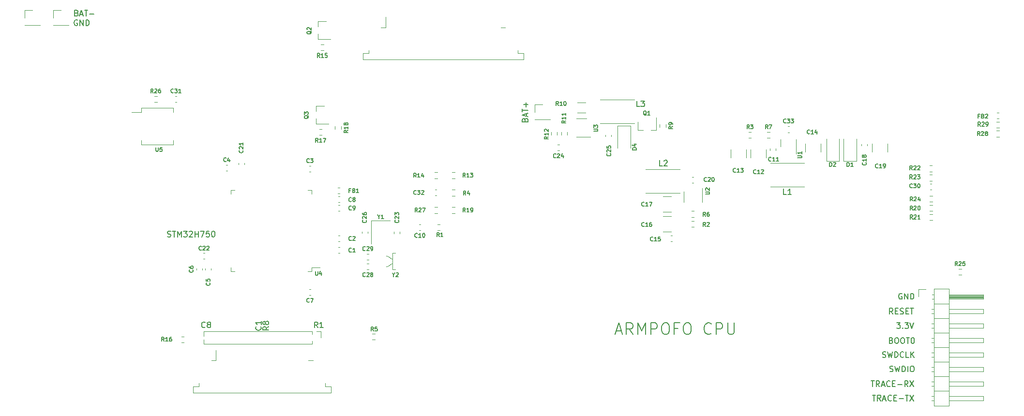
<source format=gto>
G04 #@! TF.GenerationSoftware,KiCad,Pcbnew,5.1.8+dfsg1-1~bpo10+1*
G04 #@! TF.CreationDate,2020-11-24T20:11:20+01:00*
G04 #@! TF.ProjectId,armpofo_cpu,61726d70-6f66-46f5-9f63-70752e6b6963,rev?*
G04 #@! TF.SameCoordinates,PX3938700PY42c1d80*
G04 #@! TF.FileFunction,Legend,Top*
G04 #@! TF.FilePolarity,Positive*
%FSLAX46Y46*%
G04 Gerber Fmt 4.6, Leading zero omitted, Abs format (unit mm)*
G04 Created by KiCad (PCBNEW 5.1.8+dfsg1-1~bpo10+1) date 2020-11-24 20:11:20*
%MOMM*%
%LPD*%
G01*
G04 APERTURE LIST*
%ADD10C,0.150000*%
%ADD11C,0.120000*%
G04 APERTURE END LIST*
D10*
X162671142Y-68552380D02*
X163242571Y-68552380D01*
X162956857Y-69552380D02*
X162956857Y-68552380D01*
X164147333Y-69552380D02*
X163814000Y-69076190D01*
X163575904Y-69552380D02*
X163575904Y-68552380D01*
X163956857Y-68552380D01*
X164052095Y-68600000D01*
X164099714Y-68647619D01*
X164147333Y-68742857D01*
X164147333Y-68885714D01*
X164099714Y-68980952D01*
X164052095Y-69028571D01*
X163956857Y-69076190D01*
X163575904Y-69076190D01*
X164528285Y-69266666D02*
X165004476Y-69266666D01*
X164433047Y-69552380D02*
X164766380Y-68552380D01*
X165099714Y-69552380D01*
X166004476Y-69457142D02*
X165956857Y-69504761D01*
X165814000Y-69552380D01*
X165718761Y-69552380D01*
X165575904Y-69504761D01*
X165480666Y-69409523D01*
X165433047Y-69314285D01*
X165385428Y-69123809D01*
X165385428Y-68980952D01*
X165433047Y-68790476D01*
X165480666Y-68695238D01*
X165575904Y-68600000D01*
X165718761Y-68552380D01*
X165814000Y-68552380D01*
X165956857Y-68600000D01*
X166004476Y-68647619D01*
X166433047Y-69028571D02*
X166766380Y-69028571D01*
X166909238Y-69552380D02*
X166433047Y-69552380D01*
X166433047Y-68552380D01*
X166909238Y-68552380D01*
X167337809Y-69171428D02*
X168099714Y-69171428D01*
X168433047Y-68552380D02*
X169004476Y-68552380D01*
X168718761Y-69552380D02*
X168718761Y-68552380D01*
X169242571Y-68552380D02*
X169909238Y-69552380D01*
X169909238Y-68552380D02*
X169242571Y-69552380D01*
X162438095Y-66052380D02*
X163009523Y-66052380D01*
X162723809Y-67052380D02*
X162723809Y-66052380D01*
X163914285Y-67052380D02*
X163580952Y-66576190D01*
X163342857Y-67052380D02*
X163342857Y-66052380D01*
X163723809Y-66052380D01*
X163819047Y-66100000D01*
X163866666Y-66147619D01*
X163914285Y-66242857D01*
X163914285Y-66385714D01*
X163866666Y-66480952D01*
X163819047Y-66528571D01*
X163723809Y-66576190D01*
X163342857Y-66576190D01*
X164295238Y-66766666D02*
X164771428Y-66766666D01*
X164200000Y-67052380D02*
X164533333Y-66052380D01*
X164866666Y-67052380D01*
X165771428Y-66957142D02*
X165723809Y-67004761D01*
X165580952Y-67052380D01*
X165485714Y-67052380D01*
X165342857Y-67004761D01*
X165247619Y-66909523D01*
X165200000Y-66814285D01*
X165152380Y-66623809D01*
X165152380Y-66480952D01*
X165200000Y-66290476D01*
X165247619Y-66195238D01*
X165342857Y-66100000D01*
X165485714Y-66052380D01*
X165580952Y-66052380D01*
X165723809Y-66100000D01*
X165771428Y-66147619D01*
X166200000Y-66528571D02*
X166533333Y-66528571D01*
X166676190Y-67052380D02*
X166200000Y-67052380D01*
X166200000Y-66052380D01*
X166676190Y-66052380D01*
X167104761Y-66671428D02*
X167866666Y-66671428D01*
X168914285Y-67052380D02*
X168580952Y-66576190D01*
X168342857Y-67052380D02*
X168342857Y-66052380D01*
X168723809Y-66052380D01*
X168819047Y-66100000D01*
X168866666Y-66147619D01*
X168914285Y-66242857D01*
X168914285Y-66385714D01*
X168866666Y-66480952D01*
X168819047Y-66528571D01*
X168723809Y-66576190D01*
X168342857Y-66576190D01*
X169247619Y-66052380D02*
X169914285Y-67052380D01*
X169914285Y-66052380D02*
X169247619Y-67052380D01*
X165718952Y-64404761D02*
X165861809Y-64452380D01*
X166099904Y-64452380D01*
X166195142Y-64404761D01*
X166242761Y-64357142D01*
X166290380Y-64261904D01*
X166290380Y-64166666D01*
X166242761Y-64071428D01*
X166195142Y-64023809D01*
X166099904Y-63976190D01*
X165909428Y-63928571D01*
X165814190Y-63880952D01*
X165766571Y-63833333D01*
X165718952Y-63738095D01*
X165718952Y-63642857D01*
X165766571Y-63547619D01*
X165814190Y-63500000D01*
X165909428Y-63452380D01*
X166147523Y-63452380D01*
X166290380Y-63500000D01*
X166623714Y-63452380D02*
X166861809Y-64452380D01*
X167052285Y-63738095D01*
X167242761Y-64452380D01*
X167480857Y-63452380D01*
X167861809Y-64452380D02*
X167861809Y-63452380D01*
X168099904Y-63452380D01*
X168242761Y-63500000D01*
X168338000Y-63595238D01*
X168385619Y-63690476D01*
X168433238Y-63880952D01*
X168433238Y-64023809D01*
X168385619Y-64214285D01*
X168338000Y-64309523D01*
X168242761Y-64404761D01*
X168099904Y-64452380D01*
X167861809Y-64452380D01*
X168861809Y-64452380D02*
X168861809Y-63452380D01*
X169528476Y-63452380D02*
X169718952Y-63452380D01*
X169814190Y-63500000D01*
X169909428Y-63595238D01*
X169957047Y-63785714D01*
X169957047Y-64119047D01*
X169909428Y-64309523D01*
X169814190Y-64404761D01*
X169718952Y-64452380D01*
X169528476Y-64452380D01*
X169433238Y-64404761D01*
X169338000Y-64309523D01*
X169290380Y-64119047D01*
X169290380Y-63785714D01*
X169338000Y-63595238D01*
X169433238Y-63500000D01*
X169528476Y-63452380D01*
X164438095Y-61904761D02*
X164580952Y-61952380D01*
X164819047Y-61952380D01*
X164914285Y-61904761D01*
X164961904Y-61857142D01*
X165009523Y-61761904D01*
X165009523Y-61666666D01*
X164961904Y-61571428D01*
X164914285Y-61523809D01*
X164819047Y-61476190D01*
X164628571Y-61428571D01*
X164533333Y-61380952D01*
X164485714Y-61333333D01*
X164438095Y-61238095D01*
X164438095Y-61142857D01*
X164485714Y-61047619D01*
X164533333Y-61000000D01*
X164628571Y-60952380D01*
X164866666Y-60952380D01*
X165009523Y-61000000D01*
X165342857Y-60952380D02*
X165580952Y-61952380D01*
X165771428Y-61238095D01*
X165961904Y-61952380D01*
X166200000Y-60952380D01*
X166580952Y-61952380D02*
X166580952Y-60952380D01*
X166819047Y-60952380D01*
X166961904Y-61000000D01*
X167057142Y-61095238D01*
X167104761Y-61190476D01*
X167152380Y-61380952D01*
X167152380Y-61523809D01*
X167104761Y-61714285D01*
X167057142Y-61809523D01*
X166961904Y-61904761D01*
X166819047Y-61952380D01*
X166580952Y-61952380D01*
X168152380Y-61857142D02*
X168104761Y-61904761D01*
X167961904Y-61952380D01*
X167866666Y-61952380D01*
X167723809Y-61904761D01*
X167628571Y-61809523D01*
X167580952Y-61714285D01*
X167533333Y-61523809D01*
X167533333Y-61380952D01*
X167580952Y-61190476D01*
X167628571Y-61095238D01*
X167723809Y-61000000D01*
X167866666Y-60952380D01*
X167961904Y-60952380D01*
X168104761Y-61000000D01*
X168152380Y-61047619D01*
X169057142Y-61952380D02*
X168580952Y-61952380D01*
X168580952Y-60952380D01*
X169390476Y-61952380D02*
X169390476Y-60952380D01*
X169961904Y-61952380D02*
X169533333Y-61380952D01*
X169961904Y-60952380D02*
X169390476Y-61523809D01*
X165966666Y-58960571D02*
X166109523Y-59008190D01*
X166157142Y-59055809D01*
X166204761Y-59151047D01*
X166204761Y-59293904D01*
X166157142Y-59389142D01*
X166109523Y-59436761D01*
X166014285Y-59484380D01*
X165633333Y-59484380D01*
X165633333Y-58484380D01*
X165966666Y-58484380D01*
X166061904Y-58532000D01*
X166109523Y-58579619D01*
X166157142Y-58674857D01*
X166157142Y-58770095D01*
X166109523Y-58865333D01*
X166061904Y-58912952D01*
X165966666Y-58960571D01*
X165633333Y-58960571D01*
X166823809Y-58484380D02*
X167014285Y-58484380D01*
X167109523Y-58532000D01*
X167204761Y-58627238D01*
X167252380Y-58817714D01*
X167252380Y-59151047D01*
X167204761Y-59341523D01*
X167109523Y-59436761D01*
X167014285Y-59484380D01*
X166823809Y-59484380D01*
X166728571Y-59436761D01*
X166633333Y-59341523D01*
X166585714Y-59151047D01*
X166585714Y-58817714D01*
X166633333Y-58627238D01*
X166728571Y-58532000D01*
X166823809Y-58484380D01*
X167871428Y-58484380D02*
X168061904Y-58484380D01*
X168157142Y-58532000D01*
X168252380Y-58627238D01*
X168300000Y-58817714D01*
X168300000Y-59151047D01*
X168252380Y-59341523D01*
X168157142Y-59436761D01*
X168061904Y-59484380D01*
X167871428Y-59484380D01*
X167776190Y-59436761D01*
X167680952Y-59341523D01*
X167633333Y-59151047D01*
X167633333Y-58817714D01*
X167680952Y-58627238D01*
X167776190Y-58532000D01*
X167871428Y-58484380D01*
X168585714Y-58484380D02*
X169157142Y-58484380D01*
X168871428Y-59484380D02*
X168871428Y-58484380D01*
X169680952Y-58484380D02*
X169776190Y-58484380D01*
X169871428Y-58532000D01*
X169919047Y-58579619D01*
X169966666Y-58674857D01*
X170014285Y-58865333D01*
X170014285Y-59103428D01*
X169966666Y-59293904D01*
X169919047Y-59389142D01*
X169871428Y-59436761D01*
X169776190Y-59484380D01*
X169680952Y-59484380D01*
X169585714Y-59436761D01*
X169538095Y-59389142D01*
X169490476Y-59293904D01*
X169442857Y-59103428D01*
X169442857Y-58865333D01*
X169490476Y-58674857D01*
X169538095Y-58579619D01*
X169585714Y-58532000D01*
X169680952Y-58484380D01*
X166923809Y-55852380D02*
X167542857Y-55852380D01*
X167209523Y-56233333D01*
X167352380Y-56233333D01*
X167447619Y-56280952D01*
X167495238Y-56328571D01*
X167542857Y-56423809D01*
X167542857Y-56661904D01*
X167495238Y-56757142D01*
X167447619Y-56804761D01*
X167352380Y-56852380D01*
X167066666Y-56852380D01*
X166971428Y-56804761D01*
X166923809Y-56757142D01*
X167971428Y-56757142D02*
X168019047Y-56804761D01*
X167971428Y-56852380D01*
X167923809Y-56804761D01*
X167971428Y-56757142D01*
X167971428Y-56852380D01*
X168352380Y-55852380D02*
X168971428Y-55852380D01*
X168638095Y-56233333D01*
X168780952Y-56233333D01*
X168876190Y-56280952D01*
X168923809Y-56328571D01*
X168971428Y-56423809D01*
X168971428Y-56661904D01*
X168923809Y-56757142D01*
X168876190Y-56804761D01*
X168780952Y-56852380D01*
X168495238Y-56852380D01*
X168400000Y-56804761D01*
X168352380Y-56757142D01*
X169257142Y-55852380D02*
X169590476Y-56852380D01*
X169923809Y-55852380D01*
X166247619Y-54352380D02*
X165914285Y-53876190D01*
X165676190Y-54352380D02*
X165676190Y-53352380D01*
X166057142Y-53352380D01*
X166152380Y-53400000D01*
X166200000Y-53447619D01*
X166247619Y-53542857D01*
X166247619Y-53685714D01*
X166200000Y-53780952D01*
X166152380Y-53828571D01*
X166057142Y-53876190D01*
X165676190Y-53876190D01*
X166676190Y-53828571D02*
X167009523Y-53828571D01*
X167152380Y-54352380D02*
X166676190Y-54352380D01*
X166676190Y-53352380D01*
X167152380Y-53352380D01*
X167533333Y-54304761D02*
X167676190Y-54352380D01*
X167914285Y-54352380D01*
X168009523Y-54304761D01*
X168057142Y-54257142D01*
X168104761Y-54161904D01*
X168104761Y-54066666D01*
X168057142Y-53971428D01*
X168009523Y-53923809D01*
X167914285Y-53876190D01*
X167723809Y-53828571D01*
X167628571Y-53780952D01*
X167580952Y-53733333D01*
X167533333Y-53638095D01*
X167533333Y-53542857D01*
X167580952Y-53447619D01*
X167628571Y-53400000D01*
X167723809Y-53352380D01*
X167961904Y-53352380D01*
X168104761Y-53400000D01*
X168533333Y-53828571D02*
X168866666Y-53828571D01*
X169009523Y-54352380D02*
X168533333Y-54352380D01*
X168533333Y-53352380D01*
X169009523Y-53352380D01*
X169295238Y-53352380D02*
X169866666Y-53352380D01*
X169580952Y-54352380D02*
X169580952Y-53352380D01*
X167838095Y-50800000D02*
X167742857Y-50752380D01*
X167600000Y-50752380D01*
X167457142Y-50800000D01*
X167361904Y-50895238D01*
X167314285Y-50990476D01*
X167266666Y-51180952D01*
X167266666Y-51323809D01*
X167314285Y-51514285D01*
X167361904Y-51609523D01*
X167457142Y-51704761D01*
X167600000Y-51752380D01*
X167695238Y-51752380D01*
X167838095Y-51704761D01*
X167885714Y-51657142D01*
X167885714Y-51323809D01*
X167695238Y-51323809D01*
X168314285Y-51752380D02*
X168314285Y-50752380D01*
X168885714Y-51752380D01*
X168885714Y-50752380D01*
X169361904Y-51752380D02*
X169361904Y-50752380D01*
X169600000Y-50752380D01*
X169742857Y-50800000D01*
X169838095Y-50895238D01*
X169885714Y-50990476D01*
X169933333Y-51180952D01*
X169933333Y-51323809D01*
X169885714Y-51514285D01*
X169838095Y-51609523D01*
X169742857Y-51704761D01*
X169600000Y-51752380D01*
X169361904Y-51752380D01*
X39357142Y-40804761D02*
X39500000Y-40852380D01*
X39738095Y-40852380D01*
X39833333Y-40804761D01*
X39880952Y-40757142D01*
X39928571Y-40661904D01*
X39928571Y-40566666D01*
X39880952Y-40471428D01*
X39833333Y-40423809D01*
X39738095Y-40376190D01*
X39547619Y-40328571D01*
X39452380Y-40280952D01*
X39404761Y-40233333D01*
X39357142Y-40138095D01*
X39357142Y-40042857D01*
X39404761Y-39947619D01*
X39452380Y-39900000D01*
X39547619Y-39852380D01*
X39785714Y-39852380D01*
X39928571Y-39900000D01*
X40214285Y-39852380D02*
X40785714Y-39852380D01*
X40500000Y-40852380D02*
X40500000Y-39852380D01*
X41119047Y-40852380D02*
X41119047Y-39852380D01*
X41452380Y-40566666D01*
X41785714Y-39852380D01*
X41785714Y-40852380D01*
X42166666Y-39852380D02*
X42785714Y-39852380D01*
X42452380Y-40233333D01*
X42595238Y-40233333D01*
X42690476Y-40280952D01*
X42738095Y-40328571D01*
X42785714Y-40423809D01*
X42785714Y-40661904D01*
X42738095Y-40757142D01*
X42690476Y-40804761D01*
X42595238Y-40852380D01*
X42309523Y-40852380D01*
X42214285Y-40804761D01*
X42166666Y-40757142D01*
X43166666Y-39947619D02*
X43214285Y-39900000D01*
X43309523Y-39852380D01*
X43547619Y-39852380D01*
X43642857Y-39900000D01*
X43690476Y-39947619D01*
X43738095Y-40042857D01*
X43738095Y-40138095D01*
X43690476Y-40280952D01*
X43119047Y-40852380D01*
X43738095Y-40852380D01*
X44166666Y-40852380D02*
X44166666Y-39852380D01*
X44166666Y-40328571D02*
X44738095Y-40328571D01*
X44738095Y-40852380D02*
X44738095Y-39852380D01*
X45119047Y-39852380D02*
X45785714Y-39852380D01*
X45357142Y-40852380D01*
X46642857Y-39852380D02*
X46166666Y-39852380D01*
X46119047Y-40328571D01*
X46166666Y-40280952D01*
X46261904Y-40233333D01*
X46500000Y-40233333D01*
X46595238Y-40280952D01*
X46642857Y-40328571D01*
X46690476Y-40423809D01*
X46690476Y-40661904D01*
X46642857Y-40757142D01*
X46595238Y-40804761D01*
X46500000Y-40852380D01*
X46261904Y-40852380D01*
X46166666Y-40804761D01*
X46119047Y-40757142D01*
X47309523Y-39852380D02*
X47404761Y-39852380D01*
X47500000Y-39900000D01*
X47547619Y-39947619D01*
X47595238Y-40042857D01*
X47642857Y-40233333D01*
X47642857Y-40471428D01*
X47595238Y-40661904D01*
X47547619Y-40757142D01*
X47500000Y-40804761D01*
X47404761Y-40852380D01*
X47309523Y-40852380D01*
X47214285Y-40804761D01*
X47166666Y-40757142D01*
X47119047Y-40661904D01*
X47071428Y-40471428D01*
X47071428Y-40233333D01*
X47119047Y-40042857D01*
X47166666Y-39947619D01*
X47214285Y-39900000D01*
X47309523Y-39852380D01*
X117819047Y-57333333D02*
X118771428Y-57333333D01*
X117628571Y-57904761D02*
X118295238Y-55904761D01*
X118961904Y-57904761D01*
X120771428Y-57904761D02*
X120104761Y-56952380D01*
X119628571Y-57904761D02*
X119628571Y-55904761D01*
X120390476Y-55904761D01*
X120580952Y-56000000D01*
X120676190Y-56095238D01*
X120771428Y-56285714D01*
X120771428Y-56571428D01*
X120676190Y-56761904D01*
X120580952Y-56857142D01*
X120390476Y-56952380D01*
X119628571Y-56952380D01*
X121628571Y-57904761D02*
X121628571Y-55904761D01*
X122295238Y-57333333D01*
X122961904Y-55904761D01*
X122961904Y-57904761D01*
X123914285Y-57904761D02*
X123914285Y-55904761D01*
X124676190Y-55904761D01*
X124866666Y-56000000D01*
X124961904Y-56095238D01*
X125057142Y-56285714D01*
X125057142Y-56571428D01*
X124961904Y-56761904D01*
X124866666Y-56857142D01*
X124676190Y-56952380D01*
X123914285Y-56952380D01*
X126295238Y-55904761D02*
X126676190Y-55904761D01*
X126866666Y-56000000D01*
X127057142Y-56190476D01*
X127152380Y-56571428D01*
X127152380Y-57238095D01*
X127057142Y-57619047D01*
X126866666Y-57809523D01*
X126676190Y-57904761D01*
X126295238Y-57904761D01*
X126104761Y-57809523D01*
X125914285Y-57619047D01*
X125819047Y-57238095D01*
X125819047Y-56571428D01*
X125914285Y-56190476D01*
X126104761Y-56000000D01*
X126295238Y-55904761D01*
X128676190Y-56857142D02*
X128009523Y-56857142D01*
X128009523Y-57904761D02*
X128009523Y-55904761D01*
X128961904Y-55904761D01*
X130104761Y-55904761D02*
X130485714Y-55904761D01*
X130676190Y-56000000D01*
X130866666Y-56190476D01*
X130961904Y-56571428D01*
X130961904Y-57238095D01*
X130866666Y-57619047D01*
X130676190Y-57809523D01*
X130485714Y-57904761D01*
X130104761Y-57904761D01*
X129914285Y-57809523D01*
X129723809Y-57619047D01*
X129628571Y-57238095D01*
X129628571Y-56571428D01*
X129723809Y-56190476D01*
X129914285Y-56000000D01*
X130104761Y-55904761D01*
X134485714Y-57714285D02*
X134390476Y-57809523D01*
X134104761Y-57904761D01*
X133914285Y-57904761D01*
X133628571Y-57809523D01*
X133438095Y-57619047D01*
X133342857Y-57428571D01*
X133247619Y-57047619D01*
X133247619Y-56761904D01*
X133342857Y-56380952D01*
X133438095Y-56190476D01*
X133628571Y-56000000D01*
X133914285Y-55904761D01*
X134104761Y-55904761D01*
X134390476Y-56000000D01*
X134485714Y-56095238D01*
X135342857Y-57904761D02*
X135342857Y-55904761D01*
X136104761Y-55904761D01*
X136295238Y-56000000D01*
X136390476Y-56095238D01*
X136485714Y-56285714D01*
X136485714Y-56571428D01*
X136390476Y-56761904D01*
X136295238Y-56857142D01*
X136104761Y-56952380D01*
X135342857Y-56952380D01*
X137342857Y-55904761D02*
X137342857Y-57523809D01*
X137438095Y-57714285D01*
X137533333Y-57809523D01*
X137723809Y-57904761D01*
X138104761Y-57904761D01*
X138295238Y-57809523D01*
X138390476Y-57714285D01*
X138485714Y-57523809D01*
X138485714Y-55904761D01*
X57052380Y-56566666D02*
X56576190Y-56900000D01*
X57052380Y-57138095D02*
X56052380Y-57138095D01*
X56052380Y-56757142D01*
X56100000Y-56661904D01*
X56147619Y-56614285D01*
X56242857Y-56566666D01*
X56385714Y-56566666D01*
X56480952Y-56614285D01*
X56528571Y-56661904D01*
X56576190Y-56757142D01*
X56576190Y-57138095D01*
X56480952Y-55995238D02*
X56433333Y-56090476D01*
X56385714Y-56138095D01*
X56290476Y-56185714D01*
X56242857Y-56185714D01*
X56147619Y-56138095D01*
X56100000Y-56090476D01*
X56052380Y-55995238D01*
X56052380Y-55804761D01*
X56100000Y-55709523D01*
X56147619Y-55661904D01*
X56242857Y-55614285D01*
X56290476Y-55614285D01*
X56385714Y-55661904D01*
X56433333Y-55709523D01*
X56480952Y-55804761D01*
X56480952Y-55995238D01*
X56528571Y-56090476D01*
X56576190Y-56138095D01*
X56671428Y-56185714D01*
X56861904Y-56185714D01*
X56957142Y-56138095D01*
X57004761Y-56090476D01*
X57052380Y-55995238D01*
X57052380Y-55804761D01*
X57004761Y-55709523D01*
X56957142Y-55661904D01*
X56861904Y-55614285D01*
X56671428Y-55614285D01*
X56576190Y-55661904D01*
X56528571Y-55709523D01*
X56480952Y-55804761D01*
X55657142Y-56566666D02*
X55704761Y-56614285D01*
X55752380Y-56757142D01*
X55752380Y-56852380D01*
X55704761Y-56995238D01*
X55609523Y-57090476D01*
X55514285Y-57138095D01*
X55323809Y-57185714D01*
X55180952Y-57185714D01*
X54990476Y-57138095D01*
X54895238Y-57090476D01*
X54800000Y-56995238D01*
X54752380Y-56852380D01*
X54752380Y-56757142D01*
X54800000Y-56614285D01*
X54847619Y-56566666D01*
X55752380Y-55614285D02*
X55752380Y-56185714D01*
X55752380Y-55900000D02*
X54752380Y-55900000D01*
X54895238Y-55995238D01*
X54990476Y-56090476D01*
X55038095Y-56185714D01*
X45933333Y-56657142D02*
X45885714Y-56704761D01*
X45742857Y-56752380D01*
X45647619Y-56752380D01*
X45504761Y-56704761D01*
X45409523Y-56609523D01*
X45361904Y-56514285D01*
X45314285Y-56323809D01*
X45314285Y-56180952D01*
X45361904Y-55990476D01*
X45409523Y-55895238D01*
X45504761Y-55800000D01*
X45647619Y-55752380D01*
X45742857Y-55752380D01*
X45885714Y-55800000D01*
X45933333Y-55847619D01*
X46504761Y-56180952D02*
X46409523Y-56133333D01*
X46361904Y-56085714D01*
X46314285Y-55990476D01*
X46314285Y-55942857D01*
X46361904Y-55847619D01*
X46409523Y-55800000D01*
X46504761Y-55752380D01*
X46695238Y-55752380D01*
X46790476Y-55800000D01*
X46838095Y-55847619D01*
X46885714Y-55942857D01*
X46885714Y-55990476D01*
X46838095Y-56085714D01*
X46790476Y-56133333D01*
X46695238Y-56180952D01*
X46504761Y-56180952D01*
X46409523Y-56228571D01*
X46361904Y-56276190D01*
X46314285Y-56371428D01*
X46314285Y-56561904D01*
X46361904Y-56657142D01*
X46409523Y-56704761D01*
X46504761Y-56752380D01*
X46695238Y-56752380D01*
X46790476Y-56704761D01*
X46838095Y-56657142D01*
X46885714Y-56561904D01*
X46885714Y-56371428D01*
X46838095Y-56276190D01*
X46790476Y-56228571D01*
X46695238Y-56180952D01*
X65633333Y-56752380D02*
X65300000Y-56276190D01*
X65061904Y-56752380D02*
X65061904Y-55752380D01*
X65442857Y-55752380D01*
X65538095Y-55800000D01*
X65585714Y-55847619D01*
X65633333Y-55942857D01*
X65633333Y-56085714D01*
X65585714Y-56180952D01*
X65538095Y-56228571D01*
X65442857Y-56276190D01*
X65061904Y-56276190D01*
X66585714Y-56752380D02*
X66014285Y-56752380D01*
X66300000Y-56752380D02*
X66300000Y-55752380D01*
X66204761Y-55895238D01*
X66109523Y-55990476D01*
X66014285Y-56038095D01*
X23566095Y-2906000D02*
X23470857Y-2858380D01*
X23328000Y-2858380D01*
X23185142Y-2906000D01*
X23089904Y-3001238D01*
X23042285Y-3096476D01*
X22994666Y-3286952D01*
X22994666Y-3429809D01*
X23042285Y-3620285D01*
X23089904Y-3715523D01*
X23185142Y-3810761D01*
X23328000Y-3858380D01*
X23423238Y-3858380D01*
X23566095Y-3810761D01*
X23613714Y-3763142D01*
X23613714Y-3429809D01*
X23423238Y-3429809D01*
X24042285Y-3858380D02*
X24042285Y-2858380D01*
X24613714Y-3858380D01*
X24613714Y-2858380D01*
X25089904Y-3858380D02*
X25089904Y-2858380D01*
X25328000Y-2858380D01*
X25470857Y-2906000D01*
X25566095Y-3001238D01*
X25613714Y-3096476D01*
X25661333Y-3286952D01*
X25661333Y-3429809D01*
X25613714Y-3620285D01*
X25566095Y-3715523D01*
X25470857Y-3810761D01*
X25328000Y-3858380D01*
X25089904Y-3858380D01*
X101896571Y-20357142D02*
X101944190Y-20214285D01*
X101991809Y-20166666D01*
X102087047Y-20119047D01*
X102229904Y-20119047D01*
X102325142Y-20166666D01*
X102372761Y-20214285D01*
X102420380Y-20309523D01*
X102420380Y-20690476D01*
X101420380Y-20690476D01*
X101420380Y-20357142D01*
X101468000Y-20261904D01*
X101515619Y-20214285D01*
X101610857Y-20166666D01*
X101706095Y-20166666D01*
X101801333Y-20214285D01*
X101848952Y-20261904D01*
X101896571Y-20357142D01*
X101896571Y-20690476D01*
X102134666Y-19738095D02*
X102134666Y-19261904D01*
X102420380Y-19833333D02*
X101420380Y-19500000D01*
X102420380Y-19166666D01*
X101420380Y-18976190D02*
X101420380Y-18404761D01*
X102420380Y-18690476D02*
X101420380Y-18690476D01*
X102039428Y-18071428D02*
X102039428Y-17309523D01*
X102420380Y-17690476D02*
X101658476Y-17690476D01*
X23442857Y-1666571D02*
X23585714Y-1714190D01*
X23633333Y-1761809D01*
X23680952Y-1857047D01*
X23680952Y-1999904D01*
X23633333Y-2095142D01*
X23585714Y-2142761D01*
X23490476Y-2190380D01*
X23109523Y-2190380D01*
X23109523Y-1190380D01*
X23442857Y-1190380D01*
X23538095Y-1238000D01*
X23585714Y-1285619D01*
X23633333Y-1380857D01*
X23633333Y-1476095D01*
X23585714Y-1571333D01*
X23538095Y-1618952D01*
X23442857Y-1666571D01*
X23109523Y-1666571D01*
X24061904Y-1904666D02*
X24538095Y-1904666D01*
X23966666Y-2190380D02*
X24300000Y-1190380D01*
X24633333Y-2190380D01*
X24823809Y-1190380D02*
X25395238Y-1190380D01*
X25109523Y-2190380D02*
X25109523Y-1190380D01*
X25728571Y-1809428D02*
X26490476Y-1809428D01*
D11*
G04 #@! TO.C,C19*
X162640000Y-24578748D02*
X162640000Y-26001252D01*
X165360000Y-24578748D02*
X165360000Y-26001252D01*
G04 #@! TO.C,R29*
X184867258Y-21772500D02*
X184392742Y-21772500D01*
X184867258Y-20727500D02*
X184392742Y-20727500D01*
G04 #@! TO.C,R28*
X184867258Y-22277500D02*
X184392742Y-22277500D01*
X184867258Y-23322500D02*
X184392742Y-23322500D01*
G04 #@! TO.C,L2*
X129000000Y-29000000D02*
X123000000Y-29000000D01*
X129000000Y-33200000D02*
X123000000Y-33200000D01*
G04 #@! TO.C,Q3*
X65344000Y-17934500D02*
X65344000Y-18864500D01*
X65344000Y-21094500D02*
X65344000Y-20164500D01*
X65344000Y-21094500D02*
X67504000Y-21094500D01*
X65344000Y-17934500D02*
X66804000Y-17934500D01*
G04 #@! TO.C,R18*
X69704500Y-21518742D02*
X69704500Y-21993258D01*
X68659500Y-21518742D02*
X68659500Y-21993258D01*
G04 #@! TO.C,R17*
X66371258Y-21995500D02*
X65896742Y-21995500D01*
X66371258Y-23040500D02*
X65896742Y-23040500D01*
G04 #@! TO.C,R16*
X42237258Y-59322500D02*
X41762742Y-59322500D01*
X42237258Y-58277500D02*
X41762742Y-58277500D01*
G04 #@! TO.C,U4*
X64610000Y-46174000D02*
X65975000Y-46174000D01*
X64610000Y-46874000D02*
X64610000Y-46174000D01*
X63910000Y-46874000D02*
X64610000Y-46874000D01*
X50390000Y-46874000D02*
X50390000Y-46174000D01*
X51090000Y-46874000D02*
X50390000Y-46874000D01*
X64610000Y-32654000D02*
X64610000Y-33354000D01*
X63910000Y-32654000D02*
X64610000Y-32654000D01*
X50390000Y-32654000D02*
X50390000Y-33354000D01*
X51090000Y-32654000D02*
X50390000Y-32654000D01*
G04 #@! TO.C,C1*
X69201420Y-42670000D02*
X69482580Y-42670000D01*
X69201420Y-43690000D02*
X69482580Y-43690000D01*
G04 #@! TO.C,C2*
X69201420Y-41658000D02*
X69482580Y-41658000D01*
X69201420Y-40638000D02*
X69482580Y-40638000D01*
G04 #@! TO.C,C3*
X64121420Y-28446000D02*
X64402580Y-28446000D01*
X64121420Y-29466000D02*
X64402580Y-29466000D01*
G04 #@! TO.C,C4*
X49587420Y-29316000D02*
X49868580Y-29316000D01*
X49587420Y-28296000D02*
X49868580Y-28296000D01*
G04 #@! TO.C,C5*
X46992000Y-46622580D02*
X46992000Y-46341420D01*
X45972000Y-46622580D02*
X45972000Y-46341420D01*
G04 #@! TO.C,C6*
X45468000Y-46635580D02*
X45468000Y-46354420D01*
X44448000Y-46635580D02*
X44448000Y-46354420D01*
G04 #@! TO.C,C7*
X64402580Y-50036000D02*
X64121420Y-50036000D01*
X64402580Y-51056000D02*
X64121420Y-51056000D01*
G04 #@! TO.C,C8*
X69201420Y-33780000D02*
X69482580Y-33780000D01*
X69201420Y-34800000D02*
X69482580Y-34800000D01*
G04 #@! TO.C,C9*
X69201420Y-36324000D02*
X69482580Y-36324000D01*
X69201420Y-35304000D02*
X69482580Y-35304000D01*
G04 #@! TO.C,C10*
X83629080Y-39693500D02*
X83347920Y-39693500D01*
X83629080Y-38673500D02*
X83347920Y-38673500D01*
G04 #@! TO.C,C11*
X144740000Y-25680580D02*
X144740000Y-25399420D01*
X145760000Y-25680580D02*
X145760000Y-25399420D01*
G04 #@! TO.C,C12*
X141390000Y-27001252D02*
X141390000Y-25578748D01*
X144110000Y-27001252D02*
X144110000Y-25578748D01*
G04 #@! TO.C,C13*
X137890000Y-27001252D02*
X137890000Y-25578748D01*
X140610000Y-27001252D02*
X140610000Y-25578748D01*
G04 #@! TO.C,C14*
X153610000Y-26001252D02*
X153610000Y-24578748D01*
X150890000Y-26001252D02*
X150890000Y-24578748D01*
G04 #@! TO.C,C15*
X127359420Y-40590000D02*
X127640580Y-40590000D01*
X127359420Y-41610000D02*
X127640580Y-41610000D01*
G04 #@! TO.C,C16*
X126038748Y-39960000D02*
X127461252Y-39960000D01*
X126038748Y-37240000D02*
X127461252Y-37240000D01*
G04 #@! TO.C,C17*
X126038748Y-33740000D02*
X127461252Y-33740000D01*
X126038748Y-36460000D02*
X127461252Y-36460000D01*
G04 #@! TO.C,C18*
X160724000Y-24601420D02*
X160724000Y-24882580D01*
X161744000Y-24601420D02*
X161744000Y-24882580D01*
G04 #@! TO.C,C20*
X131390580Y-31360000D02*
X131109420Y-31360000D01*
X131390580Y-30340000D02*
X131109420Y-30340000D01*
G04 #@! TO.C,C21*
X51758000Y-28184580D02*
X51758000Y-27903420D01*
X52778000Y-28184580D02*
X52778000Y-27903420D01*
G04 #@! TO.C,C22*
X45878580Y-44706000D02*
X45597420Y-44706000D01*
X45878580Y-43686000D02*
X45597420Y-43686000D01*
G04 #@! TO.C,C23*
X79972000Y-40266580D02*
X79972000Y-39985420D01*
X78952000Y-40266580D02*
X78952000Y-39985420D01*
G04 #@! TO.C,C24*
X107890580Y-24740000D02*
X107609420Y-24740000D01*
X107890580Y-25760000D02*
X107609420Y-25760000D01*
G04 #@! TO.C,C25*
X115990000Y-23009420D02*
X115990000Y-23290580D01*
X117010000Y-23009420D02*
X117010000Y-23290580D01*
G04 #@! TO.C,C26*
X73352000Y-39935420D02*
X73352000Y-40216580D01*
X74372000Y-39935420D02*
X74372000Y-40216580D01*
G04 #@! TO.C,C28*
X74536580Y-45550000D02*
X74255420Y-45550000D01*
X74536580Y-46570000D02*
X74255420Y-46570000D01*
G04 #@! TO.C,C29*
X74536580Y-44820000D02*
X74255420Y-44820000D01*
X74536580Y-43800000D02*
X74255420Y-43800000D01*
G04 #@! TO.C,C30*
X172759420Y-31590000D02*
X173040580Y-31590000D01*
X172759420Y-32610000D02*
X173040580Y-32610000D01*
G04 #@! TO.C,C31*
X40697420Y-17251000D02*
X40978580Y-17251000D01*
X40697420Y-16231000D02*
X40978580Y-16231000D01*
G04 #@! TO.C,D1*
X159885000Y-27575000D02*
X159885000Y-23690000D01*
X157615000Y-27575000D02*
X159885000Y-27575000D01*
X157615000Y-23690000D02*
X157615000Y-27575000D01*
G04 #@! TO.C,D2*
X154615000Y-23690000D02*
X154615000Y-27575000D01*
X154615000Y-27575000D02*
X156885000Y-27575000D01*
X156885000Y-27575000D02*
X156885000Y-23690000D01*
G04 #@! TO.C,FB1*
X69179221Y-32256000D02*
X69504779Y-32256000D01*
X69179221Y-33276000D02*
X69504779Y-33276000D01*
G04 #@! TO.C,FB2*
X184439221Y-20136000D02*
X184764779Y-20136000D01*
X184439221Y-19116000D02*
X184764779Y-19116000D01*
G04 #@! TO.C,J2*
X103638000Y-20330000D02*
X106298000Y-20330000D01*
X103638000Y-20270000D02*
X103638000Y-20330000D01*
X106298000Y-20270000D02*
X106298000Y-20330000D01*
X103638000Y-20270000D02*
X106298000Y-20270000D01*
X103638000Y-19000000D02*
X103638000Y-17670000D01*
X103638000Y-17670000D02*
X104968000Y-17670000D01*
G04 #@! TO.C,J3*
X14370000Y-1170000D02*
X15700000Y-1170000D01*
X14370000Y-2500000D02*
X14370000Y-1170000D01*
X14370000Y-3770000D02*
X17030000Y-3770000D01*
X17030000Y-3770000D02*
X17030000Y-3830000D01*
X14370000Y-3770000D02*
X14370000Y-3830000D01*
X14370000Y-3830000D02*
X17030000Y-3830000D01*
G04 #@! TO.C,J4*
X63965000Y-62490000D02*
X64790000Y-62490000D01*
X47835000Y-62490000D02*
X47835000Y-60690000D01*
X47010000Y-62490000D02*
X47835000Y-62490000D01*
X44855000Y-67000000D02*
X44855000Y-66460000D01*
X43830000Y-67000000D02*
X44855000Y-67000000D01*
X43830000Y-68110000D02*
X43830000Y-67000000D01*
X67970000Y-68110000D02*
X43830000Y-68110000D01*
X67970000Y-67000000D02*
X67970000Y-68110000D01*
X66945000Y-67000000D02*
X67970000Y-67000000D01*
X66945000Y-66460000D02*
X66945000Y-67000000D01*
G04 #@! TO.C,J5*
X97639000Y-4190000D02*
X98464000Y-4190000D01*
X77509000Y-4190000D02*
X77509000Y-2390000D01*
X76684000Y-4190000D02*
X77509000Y-4190000D01*
X74529000Y-8700000D02*
X74529000Y-8160000D01*
X73504000Y-8700000D02*
X74529000Y-8700000D01*
X73504000Y-9810000D02*
X73504000Y-8700000D01*
X101644000Y-9810000D02*
X73504000Y-9810000D01*
X101644000Y-8700000D02*
X101644000Y-9810000D01*
X100619000Y-8700000D02*
X101644000Y-8700000D01*
X100619000Y-8160000D02*
X100619000Y-8700000D01*
G04 #@! TO.C,J7*
X170730000Y-50030000D02*
X172000000Y-50030000D01*
X170730000Y-51300000D02*
X170730000Y-50030000D01*
X173042929Y-69460000D02*
X173440000Y-69460000D01*
X173042929Y-68700000D02*
X173440000Y-68700000D01*
X182100000Y-69460000D02*
X176100000Y-69460000D01*
X182100000Y-68700000D02*
X182100000Y-69460000D01*
X176100000Y-68700000D02*
X182100000Y-68700000D01*
X173440000Y-67810000D02*
X176100000Y-67810000D01*
X173042929Y-66920000D02*
X173440000Y-66920000D01*
X173042929Y-66160000D02*
X173440000Y-66160000D01*
X182100000Y-66920000D02*
X176100000Y-66920000D01*
X182100000Y-66160000D02*
X182100000Y-66920000D01*
X176100000Y-66160000D02*
X182100000Y-66160000D01*
X173440000Y-65270000D02*
X176100000Y-65270000D01*
X173042929Y-64380000D02*
X173440000Y-64380000D01*
X173042929Y-63620000D02*
X173440000Y-63620000D01*
X182100000Y-64380000D02*
X176100000Y-64380000D01*
X182100000Y-63620000D02*
X182100000Y-64380000D01*
X176100000Y-63620000D02*
X182100000Y-63620000D01*
X173440000Y-62730000D02*
X176100000Y-62730000D01*
X173042929Y-61840000D02*
X173440000Y-61840000D01*
X173042929Y-61080000D02*
X173440000Y-61080000D01*
X182100000Y-61840000D02*
X176100000Y-61840000D01*
X182100000Y-61080000D02*
X182100000Y-61840000D01*
X176100000Y-61080000D02*
X182100000Y-61080000D01*
X173440000Y-60190000D02*
X176100000Y-60190000D01*
X173042929Y-59300000D02*
X173440000Y-59300000D01*
X173042929Y-58540000D02*
X173440000Y-58540000D01*
X182100000Y-59300000D02*
X176100000Y-59300000D01*
X182100000Y-58540000D02*
X182100000Y-59300000D01*
X176100000Y-58540000D02*
X182100000Y-58540000D01*
X173440000Y-57650000D02*
X176100000Y-57650000D01*
X173042929Y-56760000D02*
X173440000Y-56760000D01*
X173042929Y-56000000D02*
X173440000Y-56000000D01*
X182100000Y-56760000D02*
X176100000Y-56760000D01*
X182100000Y-56000000D02*
X182100000Y-56760000D01*
X176100000Y-56000000D02*
X182100000Y-56000000D01*
X173440000Y-55110000D02*
X176100000Y-55110000D01*
X173042929Y-54220000D02*
X173440000Y-54220000D01*
X173042929Y-53460000D02*
X173440000Y-53460000D01*
X182100000Y-54220000D02*
X176100000Y-54220000D01*
X182100000Y-53460000D02*
X182100000Y-54220000D01*
X176100000Y-53460000D02*
X182100000Y-53460000D01*
X173440000Y-52570000D02*
X176100000Y-52570000D01*
X173110000Y-51680000D02*
X173440000Y-51680000D01*
X173110000Y-50920000D02*
X173440000Y-50920000D01*
X176100000Y-51580000D02*
X182100000Y-51580000D01*
X176100000Y-51460000D02*
X182100000Y-51460000D01*
X176100000Y-51340000D02*
X182100000Y-51340000D01*
X176100000Y-51220000D02*
X182100000Y-51220000D01*
X176100000Y-51100000D02*
X182100000Y-51100000D01*
X176100000Y-50980000D02*
X182100000Y-50980000D01*
X182100000Y-51680000D02*
X176100000Y-51680000D01*
X182100000Y-50920000D02*
X182100000Y-51680000D01*
X176100000Y-50920000D02*
X182100000Y-50920000D01*
X176100000Y-49970000D02*
X173440000Y-49970000D01*
X176100000Y-70410000D02*
X176100000Y-49970000D01*
X173440000Y-70410000D02*
X176100000Y-70410000D01*
X173440000Y-49970000D02*
X173440000Y-70410000D01*
G04 #@! TO.C,Q1*
X121670000Y-22160000D02*
X121670000Y-20700000D01*
X124830000Y-22160000D02*
X124830000Y-20000000D01*
X124830000Y-22160000D02*
X123900000Y-22160000D01*
X121670000Y-22160000D02*
X122600000Y-22160000D01*
G04 #@! TO.C,Q2*
X65669000Y-3112500D02*
X67129000Y-3112500D01*
X65669000Y-6272500D02*
X67829000Y-6272500D01*
X65669000Y-6272500D02*
X65669000Y-5342500D01*
X65669000Y-3112500D02*
X65669000Y-4042500D01*
G04 #@! TO.C,R1*
X86553242Y-38661000D02*
X87027758Y-38661000D01*
X86553242Y-39706000D02*
X87027758Y-39706000D01*
G04 #@! TO.C,R2*
X131012742Y-38077500D02*
X131487258Y-38077500D01*
X131012742Y-39122500D02*
X131487258Y-39122500D01*
G04 #@! TO.C,R3*
X141012742Y-23562500D02*
X141487258Y-23562500D01*
X141012742Y-22517500D02*
X141487258Y-22517500D01*
G04 #@! TO.C,R5*
X75637258Y-58822500D02*
X75162742Y-58822500D01*
X75637258Y-57777500D02*
X75162742Y-57777500D01*
G04 #@! TO.C,R6*
X131487258Y-36327500D02*
X131012742Y-36327500D01*
X131487258Y-37372500D02*
X131012742Y-37372500D01*
G04 #@! TO.C,R7*
X144262742Y-22517500D02*
X144737258Y-22517500D01*
X144262742Y-23562500D02*
X144737258Y-23562500D01*
G04 #@! TO.C,R9*
X126522500Y-21162742D02*
X126522500Y-21637258D01*
X125477500Y-21162742D02*
X125477500Y-21637258D01*
G04 #@! TO.C,R11*
X109272500Y-22987258D02*
X109272500Y-22512742D01*
X108227500Y-22987258D02*
X108227500Y-22512742D01*
G04 #@! TO.C,R12*
X106477500Y-22512742D02*
X106477500Y-22987258D01*
X107522500Y-22512742D02*
X107522500Y-22987258D01*
G04 #@! TO.C,R13*
X89589258Y-30598500D02*
X89114742Y-30598500D01*
X89589258Y-29553500D02*
X89114742Y-29553500D01*
G04 #@! TO.C,R14*
X86541258Y-29553500D02*
X86066742Y-29553500D01*
X86541258Y-30598500D02*
X86066742Y-30598500D01*
G04 #@! TO.C,R15*
X66666258Y-7170000D02*
X66191742Y-7170000D01*
X66666258Y-8215000D02*
X66191742Y-8215000D01*
G04 #@! TO.C,R20*
X173171258Y-36322500D02*
X172696742Y-36322500D01*
X173171258Y-35277500D02*
X172696742Y-35277500D01*
G04 #@! TO.C,R21*
X173171258Y-36877500D02*
X172696742Y-36877500D01*
X173171258Y-37922500D02*
X172696742Y-37922500D01*
G04 #@! TO.C,R22*
X173137258Y-29422500D02*
X172662742Y-29422500D01*
X173137258Y-28377500D02*
X172662742Y-28377500D01*
G04 #@! TO.C,R23*
X173137258Y-29977500D02*
X172662742Y-29977500D01*
X173137258Y-31022500D02*
X172662742Y-31022500D01*
G04 #@! TO.C,R24*
X173171258Y-34722500D02*
X172696742Y-34722500D01*
X173171258Y-33677500D02*
X172696742Y-33677500D01*
G04 #@! TO.C,R25*
X177762742Y-47522500D02*
X178237258Y-47522500D01*
X177762742Y-46477500D02*
X178237258Y-46477500D01*
G04 #@! TO.C,R26*
X37044742Y-17263500D02*
X37519258Y-17263500D01*
X37044742Y-16218500D02*
X37519258Y-16218500D01*
G04 #@! TO.C,U2*
X132860000Y-34750000D02*
X132860000Y-32300000D01*
X129640000Y-32950000D02*
X129640000Y-34750000D01*
G04 #@! TO.C,U3*
X110850000Y-23360000D02*
X113300000Y-23360000D01*
X112650000Y-20140000D02*
X110850000Y-20140000D01*
G04 #@! TO.C,Y1*
X75012000Y-38026000D02*
X75012000Y-42026000D01*
X78312000Y-38026000D02*
X75012000Y-38026000D01*
G04 #@! TO.C,Y2*
X77796000Y-44160000D02*
X77596000Y-44160000D01*
X78696000Y-44760000D02*
X77796000Y-44160000D01*
X77796000Y-46060000D02*
X77596000Y-46060000D01*
X78696000Y-45460000D02*
X77796000Y-46060000D01*
X78696000Y-43660000D02*
X79196000Y-43660000D01*
X78696000Y-46560000D02*
X78696000Y-43660000D01*
X79196000Y-46560000D02*
X78696000Y-46560000D01*
G04 #@! TO.C,U5*
X34798000Y-19034000D02*
X33108000Y-19034000D01*
X34798000Y-18289000D02*
X34798000Y-19034000D01*
X37558000Y-18289000D02*
X34798000Y-18289000D01*
X40318000Y-18289000D02*
X40318000Y-19034000D01*
X37558000Y-18289000D02*
X40318000Y-18289000D01*
X34798000Y-24709000D02*
X34798000Y-23964000D01*
X37558000Y-24709000D02*
X34798000Y-24709000D01*
X40318000Y-24709000D02*
X40318000Y-23964000D01*
X37558000Y-24709000D02*
X40318000Y-24709000D01*
G04 #@! TO.C,C32*
X86444580Y-32614000D02*
X86163420Y-32614000D01*
X86444580Y-33634000D02*
X86163420Y-33634000D01*
G04 #@! TO.C,R19*
X89589258Y-36694500D02*
X89114742Y-36694500D01*
X89589258Y-35649500D02*
X89114742Y-35649500D01*
G04 #@! TO.C,R27*
X86541258Y-35649500D02*
X86066742Y-35649500D01*
X86541258Y-36694500D02*
X86066742Y-36694500D01*
G04 #@! TO.C,D4*
X118115000Y-21415000D02*
X118115000Y-25300000D01*
X120385000Y-21415000D02*
X118115000Y-21415000D01*
X120385000Y-25300000D02*
X120385000Y-21415000D01*
G04 #@! TO.C,J9*
X19370000Y-3830000D02*
X22030000Y-3830000D01*
X19370000Y-3770000D02*
X19370000Y-3830000D01*
X22030000Y-3770000D02*
X22030000Y-3830000D01*
X19370000Y-3770000D02*
X22030000Y-3770000D01*
X19370000Y-2500000D02*
X19370000Y-1170000D01*
X19370000Y-1170000D02*
X20700000Y-1170000D01*
G04 #@! TO.C,C33*
X148140580Y-21530000D02*
X147859420Y-21530000D01*
X148140580Y-22550000D02*
X147859420Y-22550000D01*
G04 #@! TO.C,U1*
X149360000Y-26290000D02*
X149360000Y-23790000D01*
X146640000Y-25040000D02*
X146640000Y-23790000D01*
G04 #@! TO.C,R4*
X89589258Y-32601500D02*
X89114742Y-32601500D01*
X89589258Y-33646500D02*
X89114742Y-33646500D01*
G04 #@! TO.C,R10*
X111022936Y-19160000D02*
X112477064Y-19160000D01*
X111022936Y-17340000D02*
X112477064Y-17340000D01*
G04 #@! TO.C,J10*
X45655000Y-57390000D02*
X45655000Y-58192470D01*
X45655000Y-58807530D02*
X45655000Y-59610000D01*
X64640000Y-57390000D02*
X45655000Y-57390000D01*
X64640000Y-59610000D02*
X45655000Y-59610000D01*
X64640000Y-57390000D02*
X64640000Y-57936529D01*
X64640000Y-59063471D02*
X64640000Y-59610000D01*
X65400000Y-57390000D02*
X66160000Y-57390000D01*
X66160000Y-57390000D02*
X66160000Y-58500000D01*
G04 #@! TO.C,L1*
X150800000Y-32100000D02*
X144800000Y-32100000D01*
X150800000Y-27900000D02*
X144800000Y-27900000D01*
G04 #@! TO.C,L3*
X121000000Y-21000000D02*
X115000000Y-21000000D01*
X121000000Y-16800000D02*
X115000000Y-16800000D01*
G04 #@! TO.C,C19*
D10*
X163634000Y-28698000D02*
X163600666Y-28731333D01*
X163500666Y-28764666D01*
X163434000Y-28764666D01*
X163334000Y-28731333D01*
X163267333Y-28664666D01*
X163234000Y-28598000D01*
X163200666Y-28464666D01*
X163200666Y-28364666D01*
X163234000Y-28231333D01*
X163267333Y-28164666D01*
X163334000Y-28098000D01*
X163434000Y-28064666D01*
X163500666Y-28064666D01*
X163600666Y-28098000D01*
X163634000Y-28131333D01*
X164300666Y-28764666D02*
X163900666Y-28764666D01*
X164100666Y-28764666D02*
X164100666Y-28064666D01*
X164034000Y-28164666D01*
X163967333Y-28231333D01*
X163900666Y-28264666D01*
X164634000Y-28764666D02*
X164767333Y-28764666D01*
X164834000Y-28731333D01*
X164867333Y-28698000D01*
X164934000Y-28598000D01*
X164967333Y-28464666D01*
X164967333Y-28198000D01*
X164934000Y-28131333D01*
X164900666Y-28098000D01*
X164834000Y-28064666D01*
X164700666Y-28064666D01*
X164634000Y-28098000D01*
X164600666Y-28131333D01*
X164567333Y-28198000D01*
X164567333Y-28364666D01*
X164600666Y-28431333D01*
X164634000Y-28464666D01*
X164700666Y-28498000D01*
X164834000Y-28498000D01*
X164900666Y-28464666D01*
X164934000Y-28431333D01*
X164967333Y-28364666D01*
G04 #@! TO.C,R29*
X181580000Y-21466666D02*
X181346666Y-21133333D01*
X181180000Y-21466666D02*
X181180000Y-20766666D01*
X181446666Y-20766666D01*
X181513333Y-20800000D01*
X181546666Y-20833333D01*
X181580000Y-20900000D01*
X181580000Y-21000000D01*
X181546666Y-21066666D01*
X181513333Y-21100000D01*
X181446666Y-21133333D01*
X181180000Y-21133333D01*
X181846666Y-20833333D02*
X181880000Y-20800000D01*
X181946666Y-20766666D01*
X182113333Y-20766666D01*
X182180000Y-20800000D01*
X182213333Y-20833333D01*
X182246666Y-20900000D01*
X182246666Y-20966666D01*
X182213333Y-21066666D01*
X181813333Y-21466666D01*
X182246666Y-21466666D01*
X182580000Y-21466666D02*
X182713333Y-21466666D01*
X182780000Y-21433333D01*
X182813333Y-21400000D01*
X182880000Y-21300000D01*
X182913333Y-21166666D01*
X182913333Y-20900000D01*
X182880000Y-20833333D01*
X182846666Y-20800000D01*
X182780000Y-20766666D01*
X182646666Y-20766666D01*
X182580000Y-20800000D01*
X182546666Y-20833333D01*
X182513333Y-20900000D01*
X182513333Y-21066666D01*
X182546666Y-21133333D01*
X182580000Y-21166666D01*
X182646666Y-21200000D01*
X182780000Y-21200000D01*
X182846666Y-21166666D01*
X182880000Y-21133333D01*
X182913333Y-21066666D01*
G04 #@! TO.C,R28*
X181480000Y-23116666D02*
X181246666Y-22783333D01*
X181080000Y-23116666D02*
X181080000Y-22416666D01*
X181346666Y-22416666D01*
X181413333Y-22450000D01*
X181446666Y-22483333D01*
X181480000Y-22550000D01*
X181480000Y-22650000D01*
X181446666Y-22716666D01*
X181413333Y-22750000D01*
X181346666Y-22783333D01*
X181080000Y-22783333D01*
X181746666Y-22483333D02*
X181780000Y-22450000D01*
X181846666Y-22416666D01*
X182013333Y-22416666D01*
X182080000Y-22450000D01*
X182113333Y-22483333D01*
X182146666Y-22550000D01*
X182146666Y-22616666D01*
X182113333Y-22716666D01*
X181713333Y-23116666D01*
X182146666Y-23116666D01*
X182546666Y-22716666D02*
X182480000Y-22683333D01*
X182446666Y-22650000D01*
X182413333Y-22583333D01*
X182413333Y-22550000D01*
X182446666Y-22483333D01*
X182480000Y-22450000D01*
X182546666Y-22416666D01*
X182680000Y-22416666D01*
X182746666Y-22450000D01*
X182780000Y-22483333D01*
X182813333Y-22550000D01*
X182813333Y-22583333D01*
X182780000Y-22650000D01*
X182746666Y-22683333D01*
X182680000Y-22716666D01*
X182546666Y-22716666D01*
X182480000Y-22750000D01*
X182446666Y-22783333D01*
X182413333Y-22850000D01*
X182413333Y-22983333D01*
X182446666Y-23050000D01*
X182480000Y-23083333D01*
X182546666Y-23116666D01*
X182680000Y-23116666D01*
X182746666Y-23083333D01*
X182780000Y-23050000D01*
X182813333Y-22983333D01*
X182813333Y-22850000D01*
X182780000Y-22783333D01*
X182746666Y-22750000D01*
X182680000Y-22716666D01*
G04 #@! TO.C,L2*
X125933333Y-28452380D02*
X125457142Y-28452380D01*
X125457142Y-27452380D01*
X126219047Y-27547619D02*
X126266666Y-27500000D01*
X126361904Y-27452380D01*
X126600000Y-27452380D01*
X126695238Y-27500000D01*
X126742857Y-27547619D01*
X126790476Y-27642857D01*
X126790476Y-27738095D01*
X126742857Y-27880952D01*
X126171428Y-28452380D01*
X126790476Y-28452380D01*
G04 #@! TO.C,Q3*
X64033333Y-19623166D02*
X64000000Y-19689833D01*
X63933333Y-19756500D01*
X63833333Y-19856500D01*
X63800000Y-19923166D01*
X63800000Y-19989833D01*
X63966666Y-19956500D02*
X63933333Y-20023166D01*
X63866666Y-20089833D01*
X63733333Y-20123166D01*
X63500000Y-20123166D01*
X63366666Y-20089833D01*
X63300000Y-20023166D01*
X63266666Y-19956500D01*
X63266666Y-19823166D01*
X63300000Y-19756500D01*
X63366666Y-19689833D01*
X63500000Y-19656500D01*
X63733333Y-19656500D01*
X63866666Y-19689833D01*
X63933333Y-19756500D01*
X63966666Y-19823166D01*
X63966666Y-19956500D01*
X63266666Y-19423166D02*
X63266666Y-18989833D01*
X63533333Y-19223166D01*
X63533333Y-19123166D01*
X63566666Y-19056500D01*
X63600000Y-19023166D01*
X63666666Y-18989833D01*
X63833333Y-18989833D01*
X63900000Y-19023166D01*
X63933333Y-19056500D01*
X63966666Y-19123166D01*
X63966666Y-19323166D01*
X63933333Y-19389833D01*
X63900000Y-19423166D01*
G04 #@! TO.C,R18*
X70928666Y-22206000D02*
X70595333Y-22439333D01*
X70928666Y-22606000D02*
X70228666Y-22606000D01*
X70228666Y-22339333D01*
X70262000Y-22272666D01*
X70295333Y-22239333D01*
X70362000Y-22206000D01*
X70462000Y-22206000D01*
X70528666Y-22239333D01*
X70562000Y-22272666D01*
X70595333Y-22339333D01*
X70595333Y-22606000D01*
X70928666Y-21539333D02*
X70928666Y-21939333D01*
X70928666Y-21739333D02*
X70228666Y-21739333D01*
X70328666Y-21806000D01*
X70395333Y-21872666D01*
X70428666Y-21939333D01*
X70528666Y-21139333D02*
X70495333Y-21206000D01*
X70462000Y-21239333D01*
X70395333Y-21272666D01*
X70362000Y-21272666D01*
X70295333Y-21239333D01*
X70262000Y-21206000D01*
X70228666Y-21139333D01*
X70228666Y-21006000D01*
X70262000Y-20939333D01*
X70295333Y-20906000D01*
X70362000Y-20872666D01*
X70395333Y-20872666D01*
X70462000Y-20906000D01*
X70495333Y-20939333D01*
X70528666Y-21006000D01*
X70528666Y-21139333D01*
X70562000Y-21206000D01*
X70595333Y-21239333D01*
X70662000Y-21272666D01*
X70795333Y-21272666D01*
X70862000Y-21239333D01*
X70895333Y-21206000D01*
X70928666Y-21139333D01*
X70928666Y-21006000D01*
X70895333Y-20939333D01*
X70862000Y-20906000D01*
X70795333Y-20872666D01*
X70662000Y-20872666D01*
X70595333Y-20906000D01*
X70562000Y-20939333D01*
X70528666Y-21006000D01*
G04 #@! TO.C,R17*
X65684000Y-24264666D02*
X65450666Y-23931333D01*
X65284000Y-24264666D02*
X65284000Y-23564666D01*
X65550666Y-23564666D01*
X65617333Y-23598000D01*
X65650666Y-23631333D01*
X65684000Y-23698000D01*
X65684000Y-23798000D01*
X65650666Y-23864666D01*
X65617333Y-23898000D01*
X65550666Y-23931333D01*
X65284000Y-23931333D01*
X66350666Y-24264666D02*
X65950666Y-24264666D01*
X66150666Y-24264666D02*
X66150666Y-23564666D01*
X66084000Y-23664666D01*
X66017333Y-23731333D01*
X65950666Y-23764666D01*
X66584000Y-23564666D02*
X67050666Y-23564666D01*
X66750666Y-24264666D01*
G04 #@! TO.C,R16*
X38750000Y-59116666D02*
X38516666Y-58783333D01*
X38350000Y-59116666D02*
X38350000Y-58416666D01*
X38616666Y-58416666D01*
X38683333Y-58450000D01*
X38716666Y-58483333D01*
X38750000Y-58550000D01*
X38750000Y-58650000D01*
X38716666Y-58716666D01*
X38683333Y-58750000D01*
X38616666Y-58783333D01*
X38350000Y-58783333D01*
X39416666Y-59116666D02*
X39016666Y-59116666D01*
X39216666Y-59116666D02*
X39216666Y-58416666D01*
X39150000Y-58516666D01*
X39083333Y-58583333D01*
X39016666Y-58616666D01*
X40016666Y-58416666D02*
X39883333Y-58416666D01*
X39816666Y-58450000D01*
X39783333Y-58483333D01*
X39716666Y-58583333D01*
X39683333Y-58716666D01*
X39683333Y-58983333D01*
X39716666Y-59050000D01*
X39750000Y-59083333D01*
X39816666Y-59116666D01*
X39950000Y-59116666D01*
X40016666Y-59083333D01*
X40050000Y-59050000D01*
X40083333Y-58983333D01*
X40083333Y-58816666D01*
X40050000Y-58750000D01*
X40016666Y-58716666D01*
X39950000Y-58683333D01*
X39816666Y-58683333D01*
X39750000Y-58716666D01*
X39716666Y-58750000D01*
X39683333Y-58816666D01*
G04 #@! TO.C,U4*
X65252666Y-46860666D02*
X65252666Y-47427333D01*
X65286000Y-47494000D01*
X65319333Y-47527333D01*
X65386000Y-47560666D01*
X65519333Y-47560666D01*
X65586000Y-47527333D01*
X65619333Y-47494000D01*
X65652666Y-47427333D01*
X65652666Y-46860666D01*
X66286000Y-47094000D02*
X66286000Y-47560666D01*
X66119333Y-46827333D02*
X65952666Y-47327333D01*
X66386000Y-47327333D01*
G04 #@! TO.C,C1*
X71511333Y-43430000D02*
X71478000Y-43463333D01*
X71378000Y-43496666D01*
X71311333Y-43496666D01*
X71211333Y-43463333D01*
X71144666Y-43396666D01*
X71111333Y-43330000D01*
X71078000Y-43196666D01*
X71078000Y-43096666D01*
X71111333Y-42963333D01*
X71144666Y-42896666D01*
X71211333Y-42830000D01*
X71311333Y-42796666D01*
X71378000Y-42796666D01*
X71478000Y-42830000D01*
X71511333Y-42863333D01*
X72178000Y-43496666D02*
X71778000Y-43496666D01*
X71978000Y-43496666D02*
X71978000Y-42796666D01*
X71911333Y-42896666D01*
X71844666Y-42963333D01*
X71778000Y-42996666D01*
G04 #@! TO.C,C2*
X71511333Y-41398000D02*
X71478000Y-41431333D01*
X71378000Y-41464666D01*
X71311333Y-41464666D01*
X71211333Y-41431333D01*
X71144666Y-41364666D01*
X71111333Y-41298000D01*
X71078000Y-41164666D01*
X71078000Y-41064666D01*
X71111333Y-40931333D01*
X71144666Y-40864666D01*
X71211333Y-40798000D01*
X71311333Y-40764666D01*
X71378000Y-40764666D01*
X71478000Y-40798000D01*
X71511333Y-40831333D01*
X71778000Y-40831333D02*
X71811333Y-40798000D01*
X71878000Y-40764666D01*
X72044666Y-40764666D01*
X72111333Y-40798000D01*
X72144666Y-40831333D01*
X72178000Y-40898000D01*
X72178000Y-40964666D01*
X72144666Y-41064666D01*
X71744666Y-41464666D01*
X72178000Y-41464666D01*
G04 #@! TO.C,C3*
X64145333Y-27776000D02*
X64112000Y-27809333D01*
X64012000Y-27842666D01*
X63945333Y-27842666D01*
X63845333Y-27809333D01*
X63778666Y-27742666D01*
X63745333Y-27676000D01*
X63712000Y-27542666D01*
X63712000Y-27442666D01*
X63745333Y-27309333D01*
X63778666Y-27242666D01*
X63845333Y-27176000D01*
X63945333Y-27142666D01*
X64012000Y-27142666D01*
X64112000Y-27176000D01*
X64145333Y-27209333D01*
X64378666Y-27142666D02*
X64812000Y-27142666D01*
X64578666Y-27409333D01*
X64678666Y-27409333D01*
X64745333Y-27442666D01*
X64778666Y-27476000D01*
X64812000Y-27542666D01*
X64812000Y-27709333D01*
X64778666Y-27776000D01*
X64745333Y-27809333D01*
X64678666Y-27842666D01*
X64478666Y-27842666D01*
X64412000Y-27809333D01*
X64378666Y-27776000D01*
G04 #@! TO.C,C4*
X49611333Y-27626000D02*
X49578000Y-27659333D01*
X49478000Y-27692666D01*
X49411333Y-27692666D01*
X49311333Y-27659333D01*
X49244666Y-27592666D01*
X49211333Y-27526000D01*
X49178000Y-27392666D01*
X49178000Y-27292666D01*
X49211333Y-27159333D01*
X49244666Y-27092666D01*
X49311333Y-27026000D01*
X49411333Y-26992666D01*
X49478000Y-26992666D01*
X49578000Y-27026000D01*
X49611333Y-27059333D01*
X50211333Y-27226000D02*
X50211333Y-27692666D01*
X50044666Y-26959333D02*
X49878000Y-27459333D01*
X50311333Y-27459333D01*
G04 #@! TO.C,C5*
X46732000Y-48884666D02*
X46765333Y-48918000D01*
X46798666Y-49018000D01*
X46798666Y-49084666D01*
X46765333Y-49184666D01*
X46698666Y-49251333D01*
X46632000Y-49284666D01*
X46498666Y-49318000D01*
X46398666Y-49318000D01*
X46265333Y-49284666D01*
X46198666Y-49251333D01*
X46132000Y-49184666D01*
X46098666Y-49084666D01*
X46098666Y-49018000D01*
X46132000Y-48918000D01*
X46165333Y-48884666D01*
X46098666Y-48251333D02*
X46098666Y-48584666D01*
X46432000Y-48618000D01*
X46398666Y-48584666D01*
X46365333Y-48518000D01*
X46365333Y-48351333D01*
X46398666Y-48284666D01*
X46432000Y-48251333D01*
X46498666Y-48218000D01*
X46665333Y-48218000D01*
X46732000Y-48251333D01*
X46765333Y-48284666D01*
X46798666Y-48351333D01*
X46798666Y-48518000D01*
X46765333Y-48584666D01*
X46732000Y-48618000D01*
G04 #@! TO.C,C6*
X43778000Y-46611666D02*
X43811333Y-46645000D01*
X43844666Y-46745000D01*
X43844666Y-46811666D01*
X43811333Y-46911666D01*
X43744666Y-46978333D01*
X43678000Y-47011666D01*
X43544666Y-47045000D01*
X43444666Y-47045000D01*
X43311333Y-47011666D01*
X43244666Y-46978333D01*
X43178000Y-46911666D01*
X43144666Y-46811666D01*
X43144666Y-46745000D01*
X43178000Y-46645000D01*
X43211333Y-46611666D01*
X43144666Y-46011666D02*
X43144666Y-46145000D01*
X43178000Y-46211666D01*
X43211333Y-46245000D01*
X43311333Y-46311666D01*
X43444666Y-46345000D01*
X43711333Y-46345000D01*
X43778000Y-46311666D01*
X43811333Y-46278333D01*
X43844666Y-46211666D01*
X43844666Y-46078333D01*
X43811333Y-46011666D01*
X43778000Y-45978333D01*
X43711333Y-45945000D01*
X43544666Y-45945000D01*
X43478000Y-45978333D01*
X43444666Y-46011666D01*
X43411333Y-46078333D01*
X43411333Y-46211666D01*
X43444666Y-46278333D01*
X43478000Y-46311666D01*
X43544666Y-46345000D01*
G04 #@! TO.C,C7*
X64145333Y-52226000D02*
X64112000Y-52259333D01*
X64012000Y-52292666D01*
X63945333Y-52292666D01*
X63845333Y-52259333D01*
X63778666Y-52192666D01*
X63745333Y-52126000D01*
X63712000Y-51992666D01*
X63712000Y-51892666D01*
X63745333Y-51759333D01*
X63778666Y-51692666D01*
X63845333Y-51626000D01*
X63945333Y-51592666D01*
X64012000Y-51592666D01*
X64112000Y-51626000D01*
X64145333Y-51659333D01*
X64378666Y-51592666D02*
X64845333Y-51592666D01*
X64545333Y-52292666D01*
G04 #@! TO.C,C8*
X71511333Y-34603500D02*
X71478000Y-34636833D01*
X71378000Y-34670166D01*
X71311333Y-34670166D01*
X71211333Y-34636833D01*
X71144666Y-34570166D01*
X71111333Y-34503500D01*
X71078000Y-34370166D01*
X71078000Y-34270166D01*
X71111333Y-34136833D01*
X71144666Y-34070166D01*
X71211333Y-34003500D01*
X71311333Y-33970166D01*
X71378000Y-33970166D01*
X71478000Y-34003500D01*
X71511333Y-34036833D01*
X71911333Y-34270166D02*
X71844666Y-34236833D01*
X71811333Y-34203500D01*
X71778000Y-34136833D01*
X71778000Y-34103500D01*
X71811333Y-34036833D01*
X71844666Y-34003500D01*
X71911333Y-33970166D01*
X72044666Y-33970166D01*
X72111333Y-34003500D01*
X72144666Y-34036833D01*
X72178000Y-34103500D01*
X72178000Y-34136833D01*
X72144666Y-34203500D01*
X72111333Y-34236833D01*
X72044666Y-34270166D01*
X71911333Y-34270166D01*
X71844666Y-34303500D01*
X71811333Y-34336833D01*
X71778000Y-34403500D01*
X71778000Y-34536833D01*
X71811333Y-34603500D01*
X71844666Y-34636833D01*
X71911333Y-34670166D01*
X72044666Y-34670166D01*
X72111333Y-34636833D01*
X72144666Y-34603500D01*
X72178000Y-34536833D01*
X72178000Y-34403500D01*
X72144666Y-34336833D01*
X72111333Y-34303500D01*
X72044666Y-34270166D01*
G04 #@! TO.C,C9*
X71511333Y-36064000D02*
X71478000Y-36097333D01*
X71378000Y-36130666D01*
X71311333Y-36130666D01*
X71211333Y-36097333D01*
X71144666Y-36030666D01*
X71111333Y-35964000D01*
X71078000Y-35830666D01*
X71078000Y-35730666D01*
X71111333Y-35597333D01*
X71144666Y-35530666D01*
X71211333Y-35464000D01*
X71311333Y-35430666D01*
X71378000Y-35430666D01*
X71478000Y-35464000D01*
X71511333Y-35497333D01*
X71844666Y-36130666D02*
X71978000Y-36130666D01*
X72044666Y-36097333D01*
X72078000Y-36064000D01*
X72144666Y-35964000D01*
X72178000Y-35830666D01*
X72178000Y-35564000D01*
X72144666Y-35497333D01*
X72111333Y-35464000D01*
X72044666Y-35430666D01*
X71911333Y-35430666D01*
X71844666Y-35464000D01*
X71811333Y-35497333D01*
X71778000Y-35564000D01*
X71778000Y-35730666D01*
X71811333Y-35797333D01*
X71844666Y-35830666D01*
X71911333Y-35864000D01*
X72044666Y-35864000D01*
X72111333Y-35830666D01*
X72144666Y-35797333D01*
X72178000Y-35730666D01*
G04 #@! TO.C,C10*
X83038500Y-40863500D02*
X83005166Y-40896833D01*
X82905166Y-40930166D01*
X82838500Y-40930166D01*
X82738500Y-40896833D01*
X82671833Y-40830166D01*
X82638500Y-40763500D01*
X82605166Y-40630166D01*
X82605166Y-40530166D01*
X82638500Y-40396833D01*
X82671833Y-40330166D01*
X82738500Y-40263500D01*
X82838500Y-40230166D01*
X82905166Y-40230166D01*
X83005166Y-40263500D01*
X83038500Y-40296833D01*
X83705166Y-40930166D02*
X83305166Y-40930166D01*
X83505166Y-40930166D02*
X83505166Y-40230166D01*
X83438500Y-40330166D01*
X83371833Y-40396833D01*
X83305166Y-40430166D01*
X84138500Y-40230166D02*
X84205166Y-40230166D01*
X84271833Y-40263500D01*
X84305166Y-40296833D01*
X84338500Y-40363500D01*
X84371833Y-40496833D01*
X84371833Y-40663500D01*
X84338500Y-40796833D01*
X84305166Y-40863500D01*
X84271833Y-40896833D01*
X84205166Y-40930166D01*
X84138500Y-40930166D01*
X84071833Y-40896833D01*
X84038500Y-40863500D01*
X84005166Y-40796833D01*
X83971833Y-40663500D01*
X83971833Y-40496833D01*
X84005166Y-40363500D01*
X84038500Y-40296833D01*
X84071833Y-40263500D01*
X84138500Y-40230166D01*
G04 #@! TO.C,C11*
X144950000Y-27550000D02*
X144916666Y-27583333D01*
X144816666Y-27616666D01*
X144750000Y-27616666D01*
X144650000Y-27583333D01*
X144583333Y-27516666D01*
X144550000Y-27450000D01*
X144516666Y-27316666D01*
X144516666Y-27216666D01*
X144550000Y-27083333D01*
X144583333Y-27016666D01*
X144650000Y-26950000D01*
X144750000Y-26916666D01*
X144816666Y-26916666D01*
X144916666Y-26950000D01*
X144950000Y-26983333D01*
X145616666Y-27616666D02*
X145216666Y-27616666D01*
X145416666Y-27616666D02*
X145416666Y-26916666D01*
X145350000Y-27016666D01*
X145283333Y-27083333D01*
X145216666Y-27116666D01*
X146283333Y-27616666D02*
X145883333Y-27616666D01*
X146083333Y-27616666D02*
X146083333Y-26916666D01*
X146016666Y-27016666D01*
X145950000Y-27083333D01*
X145883333Y-27116666D01*
G04 #@! TO.C,C12*
X142298000Y-29714000D02*
X142264666Y-29747333D01*
X142164666Y-29780666D01*
X142098000Y-29780666D01*
X141998000Y-29747333D01*
X141931333Y-29680666D01*
X141898000Y-29614000D01*
X141864666Y-29480666D01*
X141864666Y-29380666D01*
X141898000Y-29247333D01*
X141931333Y-29180666D01*
X141998000Y-29114000D01*
X142098000Y-29080666D01*
X142164666Y-29080666D01*
X142264666Y-29114000D01*
X142298000Y-29147333D01*
X142964666Y-29780666D02*
X142564666Y-29780666D01*
X142764666Y-29780666D02*
X142764666Y-29080666D01*
X142698000Y-29180666D01*
X142631333Y-29247333D01*
X142564666Y-29280666D01*
X143231333Y-29147333D02*
X143264666Y-29114000D01*
X143331333Y-29080666D01*
X143498000Y-29080666D01*
X143564666Y-29114000D01*
X143598000Y-29147333D01*
X143631333Y-29214000D01*
X143631333Y-29280666D01*
X143598000Y-29380666D01*
X143198000Y-29780666D01*
X143631333Y-29780666D01*
G04 #@! TO.C,C13*
X138742000Y-29460000D02*
X138708666Y-29493333D01*
X138608666Y-29526666D01*
X138542000Y-29526666D01*
X138442000Y-29493333D01*
X138375333Y-29426666D01*
X138342000Y-29360000D01*
X138308666Y-29226666D01*
X138308666Y-29126666D01*
X138342000Y-28993333D01*
X138375333Y-28926666D01*
X138442000Y-28860000D01*
X138542000Y-28826666D01*
X138608666Y-28826666D01*
X138708666Y-28860000D01*
X138742000Y-28893333D01*
X139408666Y-29526666D02*
X139008666Y-29526666D01*
X139208666Y-29526666D02*
X139208666Y-28826666D01*
X139142000Y-28926666D01*
X139075333Y-28993333D01*
X139008666Y-29026666D01*
X139642000Y-28826666D02*
X140075333Y-28826666D01*
X139842000Y-29093333D01*
X139942000Y-29093333D01*
X140008666Y-29126666D01*
X140042000Y-29160000D01*
X140075333Y-29226666D01*
X140075333Y-29393333D01*
X140042000Y-29460000D01*
X140008666Y-29493333D01*
X139942000Y-29526666D01*
X139742000Y-29526666D01*
X139675333Y-29493333D01*
X139642000Y-29460000D01*
G04 #@! TO.C,C14*
X151696000Y-22750000D02*
X151662666Y-22783333D01*
X151562666Y-22816666D01*
X151496000Y-22816666D01*
X151396000Y-22783333D01*
X151329333Y-22716666D01*
X151296000Y-22650000D01*
X151262666Y-22516666D01*
X151262666Y-22416666D01*
X151296000Y-22283333D01*
X151329333Y-22216666D01*
X151396000Y-22150000D01*
X151496000Y-22116666D01*
X151562666Y-22116666D01*
X151662666Y-22150000D01*
X151696000Y-22183333D01*
X152362666Y-22816666D02*
X151962666Y-22816666D01*
X152162666Y-22816666D02*
X152162666Y-22116666D01*
X152096000Y-22216666D01*
X152029333Y-22283333D01*
X151962666Y-22316666D01*
X152962666Y-22350000D02*
X152962666Y-22816666D01*
X152796000Y-22083333D02*
X152629333Y-22583333D01*
X153062666Y-22583333D01*
G04 #@! TO.C,C15*
X124264000Y-41482000D02*
X124230666Y-41515333D01*
X124130666Y-41548666D01*
X124064000Y-41548666D01*
X123964000Y-41515333D01*
X123897333Y-41448666D01*
X123864000Y-41382000D01*
X123830666Y-41248666D01*
X123830666Y-41148666D01*
X123864000Y-41015333D01*
X123897333Y-40948666D01*
X123964000Y-40882000D01*
X124064000Y-40848666D01*
X124130666Y-40848666D01*
X124230666Y-40882000D01*
X124264000Y-40915333D01*
X124930666Y-41548666D02*
X124530666Y-41548666D01*
X124730666Y-41548666D02*
X124730666Y-40848666D01*
X124664000Y-40948666D01*
X124597333Y-41015333D01*
X124530666Y-41048666D01*
X125564000Y-40848666D02*
X125230666Y-40848666D01*
X125197333Y-41182000D01*
X125230666Y-41148666D01*
X125297333Y-41115333D01*
X125464000Y-41115333D01*
X125530666Y-41148666D01*
X125564000Y-41182000D01*
X125597333Y-41248666D01*
X125597333Y-41415333D01*
X125564000Y-41482000D01*
X125530666Y-41515333D01*
X125464000Y-41548666D01*
X125297333Y-41548666D01*
X125230666Y-41515333D01*
X125197333Y-41482000D01*
G04 #@! TO.C,C16*
X122740000Y-38942000D02*
X122706666Y-38975333D01*
X122606666Y-39008666D01*
X122540000Y-39008666D01*
X122440000Y-38975333D01*
X122373333Y-38908666D01*
X122340000Y-38842000D01*
X122306666Y-38708666D01*
X122306666Y-38608666D01*
X122340000Y-38475333D01*
X122373333Y-38408666D01*
X122440000Y-38342000D01*
X122540000Y-38308666D01*
X122606666Y-38308666D01*
X122706666Y-38342000D01*
X122740000Y-38375333D01*
X123406666Y-39008666D02*
X123006666Y-39008666D01*
X123206666Y-39008666D02*
X123206666Y-38308666D01*
X123140000Y-38408666D01*
X123073333Y-38475333D01*
X123006666Y-38508666D01*
X124006666Y-38308666D02*
X123873333Y-38308666D01*
X123806666Y-38342000D01*
X123773333Y-38375333D01*
X123706666Y-38475333D01*
X123673333Y-38608666D01*
X123673333Y-38875333D01*
X123706666Y-38942000D01*
X123740000Y-38975333D01*
X123806666Y-39008666D01*
X123940000Y-39008666D01*
X124006666Y-38975333D01*
X124040000Y-38942000D01*
X124073333Y-38875333D01*
X124073333Y-38708666D01*
X124040000Y-38642000D01*
X124006666Y-38608666D01*
X123940000Y-38575333D01*
X123806666Y-38575333D01*
X123740000Y-38608666D01*
X123706666Y-38642000D01*
X123673333Y-38708666D01*
G04 #@! TO.C,C17*
X122740000Y-35386000D02*
X122706666Y-35419333D01*
X122606666Y-35452666D01*
X122540000Y-35452666D01*
X122440000Y-35419333D01*
X122373333Y-35352666D01*
X122340000Y-35286000D01*
X122306666Y-35152666D01*
X122306666Y-35052666D01*
X122340000Y-34919333D01*
X122373333Y-34852666D01*
X122440000Y-34786000D01*
X122540000Y-34752666D01*
X122606666Y-34752666D01*
X122706666Y-34786000D01*
X122740000Y-34819333D01*
X123406666Y-35452666D02*
X123006666Y-35452666D01*
X123206666Y-35452666D02*
X123206666Y-34752666D01*
X123140000Y-34852666D01*
X123073333Y-34919333D01*
X123006666Y-34952666D01*
X123640000Y-34752666D02*
X124106666Y-34752666D01*
X123806666Y-35452666D01*
G04 #@! TO.C,C18*
X161524000Y-27842000D02*
X161557333Y-27875333D01*
X161590666Y-27975333D01*
X161590666Y-28042000D01*
X161557333Y-28142000D01*
X161490666Y-28208666D01*
X161424000Y-28242000D01*
X161290666Y-28275333D01*
X161190666Y-28275333D01*
X161057333Y-28242000D01*
X160990666Y-28208666D01*
X160924000Y-28142000D01*
X160890666Y-28042000D01*
X160890666Y-27975333D01*
X160924000Y-27875333D01*
X160957333Y-27842000D01*
X161590666Y-27175333D02*
X161590666Y-27575333D01*
X161590666Y-27375333D02*
X160890666Y-27375333D01*
X160990666Y-27442000D01*
X161057333Y-27508666D01*
X161090666Y-27575333D01*
X161190666Y-26775333D02*
X161157333Y-26842000D01*
X161124000Y-26875333D01*
X161057333Y-26908666D01*
X161024000Y-26908666D01*
X160957333Y-26875333D01*
X160924000Y-26842000D01*
X160890666Y-26775333D01*
X160890666Y-26642000D01*
X160924000Y-26575333D01*
X160957333Y-26542000D01*
X161024000Y-26508666D01*
X161057333Y-26508666D01*
X161124000Y-26542000D01*
X161157333Y-26575333D01*
X161190666Y-26642000D01*
X161190666Y-26775333D01*
X161224000Y-26842000D01*
X161257333Y-26875333D01*
X161324000Y-26908666D01*
X161457333Y-26908666D01*
X161524000Y-26875333D01*
X161557333Y-26842000D01*
X161590666Y-26775333D01*
X161590666Y-26642000D01*
X161557333Y-26575333D01*
X161524000Y-26542000D01*
X161457333Y-26508666D01*
X161324000Y-26508666D01*
X161257333Y-26542000D01*
X161224000Y-26575333D01*
X161190666Y-26642000D01*
G04 #@! TO.C,C20*
X133662000Y-31068000D02*
X133628666Y-31101333D01*
X133528666Y-31134666D01*
X133462000Y-31134666D01*
X133362000Y-31101333D01*
X133295333Y-31034666D01*
X133262000Y-30968000D01*
X133228666Y-30834666D01*
X133228666Y-30734666D01*
X133262000Y-30601333D01*
X133295333Y-30534666D01*
X133362000Y-30468000D01*
X133462000Y-30434666D01*
X133528666Y-30434666D01*
X133628666Y-30468000D01*
X133662000Y-30501333D01*
X133928666Y-30501333D02*
X133962000Y-30468000D01*
X134028666Y-30434666D01*
X134195333Y-30434666D01*
X134262000Y-30468000D01*
X134295333Y-30501333D01*
X134328666Y-30568000D01*
X134328666Y-30634666D01*
X134295333Y-30734666D01*
X133895333Y-31134666D01*
X134328666Y-31134666D01*
X134762000Y-30434666D02*
X134828666Y-30434666D01*
X134895333Y-30468000D01*
X134928666Y-30501333D01*
X134962000Y-30568000D01*
X134995333Y-30701333D01*
X134995333Y-30868000D01*
X134962000Y-31001333D01*
X134928666Y-31068000D01*
X134895333Y-31101333D01*
X134828666Y-31134666D01*
X134762000Y-31134666D01*
X134695333Y-31101333D01*
X134662000Y-31068000D01*
X134628666Y-31001333D01*
X134595333Y-30868000D01*
X134595333Y-30701333D01*
X134628666Y-30568000D01*
X134662000Y-30501333D01*
X134695333Y-30468000D01*
X134762000Y-30434666D01*
G04 #@! TO.C,C21*
X52518000Y-25700000D02*
X52551333Y-25733333D01*
X52584666Y-25833333D01*
X52584666Y-25900000D01*
X52551333Y-26000000D01*
X52484666Y-26066666D01*
X52418000Y-26100000D01*
X52284666Y-26133333D01*
X52184666Y-26133333D01*
X52051333Y-26100000D01*
X51984666Y-26066666D01*
X51918000Y-26000000D01*
X51884666Y-25900000D01*
X51884666Y-25833333D01*
X51918000Y-25733333D01*
X51951333Y-25700000D01*
X51951333Y-25433333D02*
X51918000Y-25400000D01*
X51884666Y-25333333D01*
X51884666Y-25166666D01*
X51918000Y-25100000D01*
X51951333Y-25066666D01*
X52018000Y-25033333D01*
X52084666Y-25033333D01*
X52184666Y-25066666D01*
X52584666Y-25466666D01*
X52584666Y-25033333D01*
X52584666Y-24366666D02*
X52584666Y-24766666D01*
X52584666Y-24566666D02*
X51884666Y-24566666D01*
X51984666Y-24633333D01*
X52051333Y-24700000D01*
X52084666Y-24766666D01*
G04 #@! TO.C,C22*
X45288000Y-43116000D02*
X45254666Y-43149333D01*
X45154666Y-43182666D01*
X45088000Y-43182666D01*
X44988000Y-43149333D01*
X44921333Y-43082666D01*
X44888000Y-43016000D01*
X44854666Y-42882666D01*
X44854666Y-42782666D01*
X44888000Y-42649333D01*
X44921333Y-42582666D01*
X44988000Y-42516000D01*
X45088000Y-42482666D01*
X45154666Y-42482666D01*
X45254666Y-42516000D01*
X45288000Y-42549333D01*
X45554666Y-42549333D02*
X45588000Y-42516000D01*
X45654666Y-42482666D01*
X45821333Y-42482666D01*
X45888000Y-42516000D01*
X45921333Y-42549333D01*
X45954666Y-42616000D01*
X45954666Y-42682666D01*
X45921333Y-42782666D01*
X45521333Y-43182666D01*
X45954666Y-43182666D01*
X46221333Y-42549333D02*
X46254666Y-42516000D01*
X46321333Y-42482666D01*
X46488000Y-42482666D01*
X46554666Y-42516000D01*
X46588000Y-42549333D01*
X46621333Y-42616000D01*
X46621333Y-42682666D01*
X46588000Y-42782666D01*
X46188000Y-43182666D01*
X46621333Y-43182666D01*
G04 #@! TO.C,C23*
X79752000Y-37915000D02*
X79785333Y-37948333D01*
X79818666Y-38048333D01*
X79818666Y-38115000D01*
X79785333Y-38215000D01*
X79718666Y-38281666D01*
X79652000Y-38315000D01*
X79518666Y-38348333D01*
X79418666Y-38348333D01*
X79285333Y-38315000D01*
X79218666Y-38281666D01*
X79152000Y-38215000D01*
X79118666Y-38115000D01*
X79118666Y-38048333D01*
X79152000Y-37948333D01*
X79185333Y-37915000D01*
X79185333Y-37648333D02*
X79152000Y-37615000D01*
X79118666Y-37548333D01*
X79118666Y-37381666D01*
X79152000Y-37315000D01*
X79185333Y-37281666D01*
X79252000Y-37248333D01*
X79318666Y-37248333D01*
X79418666Y-37281666D01*
X79818666Y-37681666D01*
X79818666Y-37248333D01*
X79118666Y-37015000D02*
X79118666Y-36581666D01*
X79385333Y-36815000D01*
X79385333Y-36715000D01*
X79418666Y-36648333D01*
X79452000Y-36615000D01*
X79518666Y-36581666D01*
X79685333Y-36581666D01*
X79752000Y-36615000D01*
X79785333Y-36648333D01*
X79818666Y-36715000D01*
X79818666Y-36915000D01*
X79785333Y-36981666D01*
X79752000Y-37015000D01*
G04 #@! TO.C,C24*
X107300000Y-26930000D02*
X107266666Y-26963333D01*
X107166666Y-26996666D01*
X107100000Y-26996666D01*
X107000000Y-26963333D01*
X106933333Y-26896666D01*
X106900000Y-26830000D01*
X106866666Y-26696666D01*
X106866666Y-26596666D01*
X106900000Y-26463333D01*
X106933333Y-26396666D01*
X107000000Y-26330000D01*
X107100000Y-26296666D01*
X107166666Y-26296666D01*
X107266666Y-26330000D01*
X107300000Y-26363333D01*
X107566666Y-26363333D02*
X107600000Y-26330000D01*
X107666666Y-26296666D01*
X107833333Y-26296666D01*
X107900000Y-26330000D01*
X107933333Y-26363333D01*
X107966666Y-26430000D01*
X107966666Y-26496666D01*
X107933333Y-26596666D01*
X107533333Y-26996666D01*
X107966666Y-26996666D01*
X108566666Y-26530000D02*
X108566666Y-26996666D01*
X108400000Y-26263333D02*
X108233333Y-26763333D01*
X108666666Y-26763333D01*
G04 #@! TO.C,C25*
X116836000Y-26250000D02*
X116869333Y-26283333D01*
X116902666Y-26383333D01*
X116902666Y-26450000D01*
X116869333Y-26550000D01*
X116802666Y-26616666D01*
X116736000Y-26650000D01*
X116602666Y-26683333D01*
X116502666Y-26683333D01*
X116369333Y-26650000D01*
X116302666Y-26616666D01*
X116236000Y-26550000D01*
X116202666Y-26450000D01*
X116202666Y-26383333D01*
X116236000Y-26283333D01*
X116269333Y-26250000D01*
X116269333Y-25983333D02*
X116236000Y-25950000D01*
X116202666Y-25883333D01*
X116202666Y-25716666D01*
X116236000Y-25650000D01*
X116269333Y-25616666D01*
X116336000Y-25583333D01*
X116402666Y-25583333D01*
X116502666Y-25616666D01*
X116902666Y-26016666D01*
X116902666Y-25583333D01*
X116202666Y-24950000D02*
X116202666Y-25283333D01*
X116536000Y-25316666D01*
X116502666Y-25283333D01*
X116469333Y-25216666D01*
X116469333Y-25050000D01*
X116502666Y-24983333D01*
X116536000Y-24950000D01*
X116602666Y-24916666D01*
X116769333Y-24916666D01*
X116836000Y-24950000D01*
X116869333Y-24983333D01*
X116902666Y-25050000D01*
X116902666Y-25216666D01*
X116869333Y-25283333D01*
X116836000Y-25316666D01*
G04 #@! TO.C,C26*
X74100500Y-37915000D02*
X74133833Y-37948333D01*
X74167166Y-38048333D01*
X74167166Y-38115000D01*
X74133833Y-38215000D01*
X74067166Y-38281666D01*
X74000500Y-38315000D01*
X73867166Y-38348333D01*
X73767166Y-38348333D01*
X73633833Y-38315000D01*
X73567166Y-38281666D01*
X73500500Y-38215000D01*
X73467166Y-38115000D01*
X73467166Y-38048333D01*
X73500500Y-37948333D01*
X73533833Y-37915000D01*
X73533833Y-37648333D02*
X73500500Y-37615000D01*
X73467166Y-37548333D01*
X73467166Y-37381666D01*
X73500500Y-37315000D01*
X73533833Y-37281666D01*
X73600500Y-37248333D01*
X73667166Y-37248333D01*
X73767166Y-37281666D01*
X74167166Y-37681666D01*
X74167166Y-37248333D01*
X73467166Y-36648333D02*
X73467166Y-36781666D01*
X73500500Y-36848333D01*
X73533833Y-36881666D01*
X73633833Y-36948333D01*
X73767166Y-36981666D01*
X74033833Y-36981666D01*
X74100500Y-36948333D01*
X74133833Y-36915000D01*
X74167166Y-36848333D01*
X74167166Y-36715000D01*
X74133833Y-36648333D01*
X74100500Y-36615000D01*
X74033833Y-36581666D01*
X73867166Y-36581666D01*
X73800500Y-36615000D01*
X73767166Y-36648333D01*
X73733833Y-36715000D01*
X73733833Y-36848333D01*
X73767166Y-36915000D01*
X73800500Y-36948333D01*
X73867166Y-36981666D01*
G04 #@! TO.C,C28*
X73946000Y-47740000D02*
X73912666Y-47773333D01*
X73812666Y-47806666D01*
X73746000Y-47806666D01*
X73646000Y-47773333D01*
X73579333Y-47706666D01*
X73546000Y-47640000D01*
X73512666Y-47506666D01*
X73512666Y-47406666D01*
X73546000Y-47273333D01*
X73579333Y-47206666D01*
X73646000Y-47140000D01*
X73746000Y-47106666D01*
X73812666Y-47106666D01*
X73912666Y-47140000D01*
X73946000Y-47173333D01*
X74212666Y-47173333D02*
X74246000Y-47140000D01*
X74312666Y-47106666D01*
X74479333Y-47106666D01*
X74546000Y-47140000D01*
X74579333Y-47173333D01*
X74612666Y-47240000D01*
X74612666Y-47306666D01*
X74579333Y-47406666D01*
X74179333Y-47806666D01*
X74612666Y-47806666D01*
X75012666Y-47406666D02*
X74946000Y-47373333D01*
X74912666Y-47340000D01*
X74879333Y-47273333D01*
X74879333Y-47240000D01*
X74912666Y-47173333D01*
X74946000Y-47140000D01*
X75012666Y-47106666D01*
X75146000Y-47106666D01*
X75212666Y-47140000D01*
X75246000Y-47173333D01*
X75279333Y-47240000D01*
X75279333Y-47273333D01*
X75246000Y-47340000D01*
X75212666Y-47373333D01*
X75146000Y-47406666D01*
X75012666Y-47406666D01*
X74946000Y-47440000D01*
X74912666Y-47473333D01*
X74879333Y-47540000D01*
X74879333Y-47673333D01*
X74912666Y-47740000D01*
X74946000Y-47773333D01*
X75012666Y-47806666D01*
X75146000Y-47806666D01*
X75212666Y-47773333D01*
X75246000Y-47740000D01*
X75279333Y-47673333D01*
X75279333Y-47540000D01*
X75246000Y-47473333D01*
X75212666Y-47440000D01*
X75146000Y-47406666D01*
G04 #@! TO.C,C29*
X73946000Y-43176000D02*
X73912666Y-43209333D01*
X73812666Y-43242666D01*
X73746000Y-43242666D01*
X73646000Y-43209333D01*
X73579333Y-43142666D01*
X73546000Y-43076000D01*
X73512666Y-42942666D01*
X73512666Y-42842666D01*
X73546000Y-42709333D01*
X73579333Y-42642666D01*
X73646000Y-42576000D01*
X73746000Y-42542666D01*
X73812666Y-42542666D01*
X73912666Y-42576000D01*
X73946000Y-42609333D01*
X74212666Y-42609333D02*
X74246000Y-42576000D01*
X74312666Y-42542666D01*
X74479333Y-42542666D01*
X74546000Y-42576000D01*
X74579333Y-42609333D01*
X74612666Y-42676000D01*
X74612666Y-42742666D01*
X74579333Y-42842666D01*
X74179333Y-43242666D01*
X74612666Y-43242666D01*
X74946000Y-43242666D02*
X75079333Y-43242666D01*
X75146000Y-43209333D01*
X75179333Y-43176000D01*
X75246000Y-43076000D01*
X75279333Y-42942666D01*
X75279333Y-42676000D01*
X75246000Y-42609333D01*
X75212666Y-42576000D01*
X75146000Y-42542666D01*
X75012666Y-42542666D01*
X74946000Y-42576000D01*
X74912666Y-42609333D01*
X74879333Y-42676000D01*
X74879333Y-42842666D01*
X74912666Y-42909333D01*
X74946000Y-42942666D01*
X75012666Y-42976000D01*
X75146000Y-42976000D01*
X75212666Y-42942666D01*
X75246000Y-42909333D01*
X75279333Y-42842666D01*
G04 #@! TO.C,C30*
X169658000Y-32180000D02*
X169624666Y-32213333D01*
X169524666Y-32246666D01*
X169458000Y-32246666D01*
X169358000Y-32213333D01*
X169291333Y-32146666D01*
X169258000Y-32080000D01*
X169224666Y-31946666D01*
X169224666Y-31846666D01*
X169258000Y-31713333D01*
X169291333Y-31646666D01*
X169358000Y-31580000D01*
X169458000Y-31546666D01*
X169524666Y-31546666D01*
X169624666Y-31580000D01*
X169658000Y-31613333D01*
X169891333Y-31546666D02*
X170324666Y-31546666D01*
X170091333Y-31813333D01*
X170191333Y-31813333D01*
X170258000Y-31846666D01*
X170291333Y-31880000D01*
X170324666Y-31946666D01*
X170324666Y-32113333D01*
X170291333Y-32180000D01*
X170258000Y-32213333D01*
X170191333Y-32246666D01*
X169991333Y-32246666D01*
X169924666Y-32213333D01*
X169891333Y-32180000D01*
X170758000Y-31546666D02*
X170824666Y-31546666D01*
X170891333Y-31580000D01*
X170924666Y-31613333D01*
X170958000Y-31680000D01*
X170991333Y-31813333D01*
X170991333Y-31980000D01*
X170958000Y-32113333D01*
X170924666Y-32180000D01*
X170891333Y-32213333D01*
X170824666Y-32246666D01*
X170758000Y-32246666D01*
X170691333Y-32213333D01*
X170658000Y-32180000D01*
X170624666Y-32113333D01*
X170591333Y-31980000D01*
X170591333Y-31813333D01*
X170624666Y-31680000D01*
X170658000Y-31613333D01*
X170691333Y-31580000D01*
X170758000Y-31546666D01*
G04 #@! TO.C,C31*
X40388000Y-15561000D02*
X40354666Y-15594333D01*
X40254666Y-15627666D01*
X40188000Y-15627666D01*
X40088000Y-15594333D01*
X40021333Y-15527666D01*
X39988000Y-15461000D01*
X39954666Y-15327666D01*
X39954666Y-15227666D01*
X39988000Y-15094333D01*
X40021333Y-15027666D01*
X40088000Y-14961000D01*
X40188000Y-14927666D01*
X40254666Y-14927666D01*
X40354666Y-14961000D01*
X40388000Y-14994333D01*
X40621333Y-14927666D02*
X41054666Y-14927666D01*
X40821333Y-15194333D01*
X40921333Y-15194333D01*
X40988000Y-15227666D01*
X41021333Y-15261000D01*
X41054666Y-15327666D01*
X41054666Y-15494333D01*
X41021333Y-15561000D01*
X40988000Y-15594333D01*
X40921333Y-15627666D01*
X40721333Y-15627666D01*
X40654666Y-15594333D01*
X40621333Y-15561000D01*
X41721333Y-15627666D02*
X41321333Y-15627666D01*
X41521333Y-15627666D02*
X41521333Y-14927666D01*
X41454666Y-15027666D01*
X41388000Y-15094333D01*
X41321333Y-15127666D01*
G04 #@! TO.C,D1*
X158233333Y-28510666D02*
X158233333Y-27810666D01*
X158400000Y-27810666D01*
X158500000Y-27844000D01*
X158566666Y-27910666D01*
X158600000Y-27977333D01*
X158633333Y-28110666D01*
X158633333Y-28210666D01*
X158600000Y-28344000D01*
X158566666Y-28410666D01*
X158500000Y-28477333D01*
X158400000Y-28510666D01*
X158233333Y-28510666D01*
X159300000Y-28510666D02*
X158900000Y-28510666D01*
X159100000Y-28510666D02*
X159100000Y-27810666D01*
X159033333Y-27910666D01*
X158966666Y-27977333D01*
X158900000Y-28010666D01*
G04 #@! TO.C,D2*
X155185333Y-28510666D02*
X155185333Y-27810666D01*
X155352000Y-27810666D01*
X155452000Y-27844000D01*
X155518666Y-27910666D01*
X155552000Y-27977333D01*
X155585333Y-28110666D01*
X155585333Y-28210666D01*
X155552000Y-28344000D01*
X155518666Y-28410666D01*
X155452000Y-28477333D01*
X155352000Y-28510666D01*
X155185333Y-28510666D01*
X155852000Y-27877333D02*
X155885333Y-27844000D01*
X155952000Y-27810666D01*
X156118666Y-27810666D01*
X156185333Y-27844000D01*
X156218666Y-27877333D01*
X156252000Y-27944000D01*
X156252000Y-28010666D01*
X156218666Y-28110666D01*
X155818666Y-28510666D01*
X156252000Y-28510666D01*
G04 #@! TO.C,FB1*
X71362166Y-32716000D02*
X71128833Y-32716000D01*
X71128833Y-33082666D02*
X71128833Y-32382666D01*
X71462166Y-32382666D01*
X71962166Y-32716000D02*
X72062166Y-32749333D01*
X72095500Y-32782666D01*
X72128833Y-32849333D01*
X72128833Y-32949333D01*
X72095500Y-33016000D01*
X72062166Y-33049333D01*
X71995500Y-33082666D01*
X71728833Y-33082666D01*
X71728833Y-32382666D01*
X71962166Y-32382666D01*
X72028833Y-32416000D01*
X72062166Y-32449333D01*
X72095500Y-32516000D01*
X72095500Y-32582666D01*
X72062166Y-32649333D01*
X72028833Y-32682666D01*
X71962166Y-32716000D01*
X71728833Y-32716000D01*
X72795500Y-33082666D02*
X72395500Y-33082666D01*
X72595500Y-33082666D02*
X72595500Y-32382666D01*
X72528833Y-32482666D01*
X72462166Y-32549333D01*
X72395500Y-32582666D01*
G04 #@! TO.C,FB2*
X181406666Y-19694000D02*
X181173333Y-19694000D01*
X181173333Y-20060666D02*
X181173333Y-19360666D01*
X181506666Y-19360666D01*
X182006666Y-19694000D02*
X182106666Y-19727333D01*
X182140000Y-19760666D01*
X182173333Y-19827333D01*
X182173333Y-19927333D01*
X182140000Y-19994000D01*
X182106666Y-20027333D01*
X182040000Y-20060666D01*
X181773333Y-20060666D01*
X181773333Y-19360666D01*
X182006666Y-19360666D01*
X182073333Y-19394000D01*
X182106666Y-19427333D01*
X182140000Y-19494000D01*
X182140000Y-19560666D01*
X182106666Y-19627333D01*
X182073333Y-19660666D01*
X182006666Y-19694000D01*
X181773333Y-19694000D01*
X182440000Y-19427333D02*
X182473333Y-19394000D01*
X182540000Y-19360666D01*
X182706666Y-19360666D01*
X182773333Y-19394000D01*
X182806666Y-19427333D01*
X182840000Y-19494000D01*
X182840000Y-19560666D01*
X182806666Y-19660666D01*
X182406666Y-20060666D01*
X182840000Y-20060666D01*
G04 #@! TO.C,Q1*
X123115333Y-19579333D02*
X123048666Y-19546000D01*
X122982000Y-19479333D01*
X122882000Y-19379333D01*
X122815333Y-19346000D01*
X122748666Y-19346000D01*
X122782000Y-19512666D02*
X122715333Y-19479333D01*
X122648666Y-19412666D01*
X122615333Y-19279333D01*
X122615333Y-19046000D01*
X122648666Y-18912666D01*
X122715333Y-18846000D01*
X122782000Y-18812666D01*
X122915333Y-18812666D01*
X122982000Y-18846000D01*
X123048666Y-18912666D01*
X123082000Y-19046000D01*
X123082000Y-19279333D01*
X123048666Y-19412666D01*
X122982000Y-19479333D01*
X122915333Y-19512666D01*
X122782000Y-19512666D01*
X123748666Y-19512666D02*
X123348666Y-19512666D01*
X123548666Y-19512666D02*
X123548666Y-18812666D01*
X123482000Y-18912666D01*
X123415333Y-18979333D01*
X123348666Y-19012666D01*
G04 #@! TO.C,Q2*
X64518333Y-4829166D02*
X64485000Y-4895833D01*
X64418333Y-4962500D01*
X64318333Y-5062500D01*
X64285000Y-5129166D01*
X64285000Y-5195833D01*
X64451666Y-5162500D02*
X64418333Y-5229166D01*
X64351666Y-5295833D01*
X64218333Y-5329166D01*
X63985000Y-5329166D01*
X63851666Y-5295833D01*
X63785000Y-5229166D01*
X63751666Y-5162500D01*
X63751666Y-5029166D01*
X63785000Y-4962500D01*
X63851666Y-4895833D01*
X63985000Y-4862500D01*
X64218333Y-4862500D01*
X64351666Y-4895833D01*
X64418333Y-4962500D01*
X64451666Y-5029166D01*
X64451666Y-5162500D01*
X63818333Y-4595833D02*
X63785000Y-4562500D01*
X63751666Y-4495833D01*
X63751666Y-4329166D01*
X63785000Y-4262500D01*
X63818333Y-4229166D01*
X63885000Y-4195833D01*
X63951666Y-4195833D01*
X64051666Y-4229166D01*
X64451666Y-4629166D01*
X64451666Y-4195833D01*
G04 #@! TO.C,R1*
X86883333Y-40816666D02*
X86650000Y-40483333D01*
X86483333Y-40816666D02*
X86483333Y-40116666D01*
X86750000Y-40116666D01*
X86816666Y-40150000D01*
X86850000Y-40183333D01*
X86883333Y-40250000D01*
X86883333Y-40350000D01*
X86850000Y-40416666D01*
X86816666Y-40450000D01*
X86750000Y-40483333D01*
X86483333Y-40483333D01*
X87550000Y-40816666D02*
X87150000Y-40816666D01*
X87350000Y-40816666D02*
X87350000Y-40116666D01*
X87283333Y-40216666D01*
X87216666Y-40283333D01*
X87150000Y-40316666D01*
G04 #@! TO.C,R2*
X133487333Y-39008666D02*
X133254000Y-38675333D01*
X133087333Y-39008666D02*
X133087333Y-38308666D01*
X133354000Y-38308666D01*
X133420666Y-38342000D01*
X133454000Y-38375333D01*
X133487333Y-38442000D01*
X133487333Y-38542000D01*
X133454000Y-38608666D01*
X133420666Y-38642000D01*
X133354000Y-38675333D01*
X133087333Y-38675333D01*
X133754000Y-38375333D02*
X133787333Y-38342000D01*
X133854000Y-38308666D01*
X134020666Y-38308666D01*
X134087333Y-38342000D01*
X134120666Y-38375333D01*
X134154000Y-38442000D01*
X134154000Y-38508666D01*
X134120666Y-38608666D01*
X133720666Y-39008666D01*
X134154000Y-39008666D01*
G04 #@! TO.C,R3*
X141133333Y-21926666D02*
X140900000Y-21593333D01*
X140733333Y-21926666D02*
X140733333Y-21226666D01*
X141000000Y-21226666D01*
X141066666Y-21260000D01*
X141100000Y-21293333D01*
X141133333Y-21360000D01*
X141133333Y-21460000D01*
X141100000Y-21526666D01*
X141066666Y-21560000D01*
X141000000Y-21593333D01*
X140733333Y-21593333D01*
X141366666Y-21226666D02*
X141800000Y-21226666D01*
X141566666Y-21493333D01*
X141666666Y-21493333D01*
X141733333Y-21526666D01*
X141766666Y-21560000D01*
X141800000Y-21626666D01*
X141800000Y-21793333D01*
X141766666Y-21860000D01*
X141733333Y-21893333D01*
X141666666Y-21926666D01*
X141466666Y-21926666D01*
X141400000Y-21893333D01*
X141366666Y-21860000D01*
G04 #@! TO.C,R5*
X75383333Y-57316666D02*
X75150000Y-56983333D01*
X74983333Y-57316666D02*
X74983333Y-56616666D01*
X75250000Y-56616666D01*
X75316666Y-56650000D01*
X75350000Y-56683333D01*
X75383333Y-56750000D01*
X75383333Y-56850000D01*
X75350000Y-56916666D01*
X75316666Y-56950000D01*
X75250000Y-56983333D01*
X74983333Y-56983333D01*
X76016666Y-56616666D02*
X75683333Y-56616666D01*
X75650000Y-56950000D01*
X75683333Y-56916666D01*
X75750000Y-56883333D01*
X75916666Y-56883333D01*
X75983333Y-56916666D01*
X76016666Y-56950000D01*
X76050000Y-57016666D01*
X76050000Y-57183333D01*
X76016666Y-57250000D01*
X75983333Y-57283333D01*
X75916666Y-57316666D01*
X75750000Y-57316666D01*
X75683333Y-57283333D01*
X75650000Y-57250000D01*
G04 #@! TO.C,R6*
X133487333Y-37230666D02*
X133254000Y-36897333D01*
X133087333Y-37230666D02*
X133087333Y-36530666D01*
X133354000Y-36530666D01*
X133420666Y-36564000D01*
X133454000Y-36597333D01*
X133487333Y-36664000D01*
X133487333Y-36764000D01*
X133454000Y-36830666D01*
X133420666Y-36864000D01*
X133354000Y-36897333D01*
X133087333Y-36897333D01*
X134087333Y-36530666D02*
X133954000Y-36530666D01*
X133887333Y-36564000D01*
X133854000Y-36597333D01*
X133787333Y-36697333D01*
X133754000Y-36830666D01*
X133754000Y-37097333D01*
X133787333Y-37164000D01*
X133820666Y-37197333D01*
X133887333Y-37230666D01*
X134020666Y-37230666D01*
X134087333Y-37197333D01*
X134120666Y-37164000D01*
X134154000Y-37097333D01*
X134154000Y-36930666D01*
X134120666Y-36864000D01*
X134087333Y-36830666D01*
X134020666Y-36797333D01*
X133887333Y-36797333D01*
X133820666Y-36830666D01*
X133787333Y-36864000D01*
X133754000Y-36930666D01*
G04 #@! TO.C,R7*
X144383333Y-21926666D02*
X144150000Y-21593333D01*
X143983333Y-21926666D02*
X143983333Y-21226666D01*
X144250000Y-21226666D01*
X144316666Y-21260000D01*
X144350000Y-21293333D01*
X144383333Y-21360000D01*
X144383333Y-21460000D01*
X144350000Y-21526666D01*
X144316666Y-21560000D01*
X144250000Y-21593333D01*
X143983333Y-21593333D01*
X144616666Y-21226666D02*
X145083333Y-21226666D01*
X144783333Y-21926666D01*
G04 #@! TO.C,R9*
X127746666Y-21516666D02*
X127413333Y-21750000D01*
X127746666Y-21916666D02*
X127046666Y-21916666D01*
X127046666Y-21650000D01*
X127080000Y-21583333D01*
X127113333Y-21550000D01*
X127180000Y-21516666D01*
X127280000Y-21516666D01*
X127346666Y-21550000D01*
X127380000Y-21583333D01*
X127413333Y-21650000D01*
X127413333Y-21916666D01*
X127746666Y-21183333D02*
X127746666Y-21050000D01*
X127713333Y-20983333D01*
X127680000Y-20950000D01*
X127580000Y-20883333D01*
X127446666Y-20850000D01*
X127180000Y-20850000D01*
X127113333Y-20883333D01*
X127080000Y-20916666D01*
X127046666Y-20983333D01*
X127046666Y-21116666D01*
X127080000Y-21183333D01*
X127113333Y-21216666D01*
X127180000Y-21250000D01*
X127346666Y-21250000D01*
X127413333Y-21216666D01*
X127446666Y-21183333D01*
X127480000Y-21116666D01*
X127480000Y-20983333D01*
X127446666Y-20916666D01*
X127413333Y-20883333D01*
X127346666Y-20850000D01*
G04 #@! TO.C,R11*
X109028666Y-20516000D02*
X108695333Y-20749333D01*
X109028666Y-20916000D02*
X108328666Y-20916000D01*
X108328666Y-20649333D01*
X108362000Y-20582666D01*
X108395333Y-20549333D01*
X108462000Y-20516000D01*
X108562000Y-20516000D01*
X108628666Y-20549333D01*
X108662000Y-20582666D01*
X108695333Y-20649333D01*
X108695333Y-20916000D01*
X109028666Y-19849333D02*
X109028666Y-20249333D01*
X109028666Y-20049333D02*
X108328666Y-20049333D01*
X108428666Y-20116000D01*
X108495333Y-20182666D01*
X108528666Y-20249333D01*
X109028666Y-19182666D02*
X109028666Y-19582666D01*
X109028666Y-19382666D02*
X108328666Y-19382666D01*
X108428666Y-19449333D01*
X108495333Y-19516000D01*
X108528666Y-19582666D01*
G04 #@! TO.C,R12*
X105980666Y-23310000D02*
X105647333Y-23543333D01*
X105980666Y-23710000D02*
X105280666Y-23710000D01*
X105280666Y-23443333D01*
X105314000Y-23376666D01*
X105347333Y-23343333D01*
X105414000Y-23310000D01*
X105514000Y-23310000D01*
X105580666Y-23343333D01*
X105614000Y-23376666D01*
X105647333Y-23443333D01*
X105647333Y-23710000D01*
X105980666Y-22643333D02*
X105980666Y-23043333D01*
X105980666Y-22843333D02*
X105280666Y-22843333D01*
X105380666Y-22910000D01*
X105447333Y-22976666D01*
X105480666Y-23043333D01*
X105347333Y-22376666D02*
X105314000Y-22343333D01*
X105280666Y-22276666D01*
X105280666Y-22110000D01*
X105314000Y-22043333D01*
X105347333Y-22010000D01*
X105414000Y-21976666D01*
X105480666Y-21976666D01*
X105580666Y-22010000D01*
X105980666Y-22410000D01*
X105980666Y-21976666D01*
G04 #@! TO.C,R13*
X91442000Y-30392666D02*
X91208666Y-30059333D01*
X91042000Y-30392666D02*
X91042000Y-29692666D01*
X91308666Y-29692666D01*
X91375333Y-29726000D01*
X91408666Y-29759333D01*
X91442000Y-29826000D01*
X91442000Y-29926000D01*
X91408666Y-29992666D01*
X91375333Y-30026000D01*
X91308666Y-30059333D01*
X91042000Y-30059333D01*
X92108666Y-30392666D02*
X91708666Y-30392666D01*
X91908666Y-30392666D02*
X91908666Y-29692666D01*
X91842000Y-29792666D01*
X91775333Y-29859333D01*
X91708666Y-29892666D01*
X92342000Y-29692666D02*
X92775333Y-29692666D01*
X92542000Y-29959333D01*
X92642000Y-29959333D01*
X92708666Y-29992666D01*
X92742000Y-30026000D01*
X92775333Y-30092666D01*
X92775333Y-30259333D01*
X92742000Y-30326000D01*
X92708666Y-30359333D01*
X92642000Y-30392666D01*
X92442000Y-30392666D01*
X92375333Y-30359333D01*
X92342000Y-30326000D01*
G04 #@! TO.C,R14*
X82850000Y-30416666D02*
X82616666Y-30083333D01*
X82450000Y-30416666D02*
X82450000Y-29716666D01*
X82716666Y-29716666D01*
X82783333Y-29750000D01*
X82816666Y-29783333D01*
X82850000Y-29850000D01*
X82850000Y-29950000D01*
X82816666Y-30016666D01*
X82783333Y-30050000D01*
X82716666Y-30083333D01*
X82450000Y-30083333D01*
X83516666Y-30416666D02*
X83116666Y-30416666D01*
X83316666Y-30416666D02*
X83316666Y-29716666D01*
X83250000Y-29816666D01*
X83183333Y-29883333D01*
X83116666Y-29916666D01*
X84116666Y-29950000D02*
X84116666Y-30416666D01*
X83950000Y-29683333D02*
X83783333Y-30183333D01*
X84216666Y-30183333D01*
G04 #@! TO.C,R15*
X65979000Y-9439166D02*
X65745666Y-9105833D01*
X65579000Y-9439166D02*
X65579000Y-8739166D01*
X65845666Y-8739166D01*
X65912333Y-8772500D01*
X65945666Y-8805833D01*
X65979000Y-8872500D01*
X65979000Y-8972500D01*
X65945666Y-9039166D01*
X65912333Y-9072500D01*
X65845666Y-9105833D01*
X65579000Y-9105833D01*
X66645666Y-9439166D02*
X66245666Y-9439166D01*
X66445666Y-9439166D02*
X66445666Y-8739166D01*
X66379000Y-8839166D01*
X66312333Y-8905833D01*
X66245666Y-8939166D01*
X67279000Y-8739166D02*
X66945666Y-8739166D01*
X66912333Y-9072500D01*
X66945666Y-9039166D01*
X67012333Y-9005833D01*
X67179000Y-9005833D01*
X67245666Y-9039166D01*
X67279000Y-9072500D01*
X67312333Y-9139166D01*
X67312333Y-9305833D01*
X67279000Y-9372500D01*
X67245666Y-9405833D01*
X67179000Y-9439166D01*
X67012333Y-9439166D01*
X66945666Y-9405833D01*
X66912333Y-9372500D01*
G04 #@! TO.C,R20*
X169692000Y-36140666D02*
X169458666Y-35807333D01*
X169292000Y-36140666D02*
X169292000Y-35440666D01*
X169558666Y-35440666D01*
X169625333Y-35474000D01*
X169658666Y-35507333D01*
X169692000Y-35574000D01*
X169692000Y-35674000D01*
X169658666Y-35740666D01*
X169625333Y-35774000D01*
X169558666Y-35807333D01*
X169292000Y-35807333D01*
X169958666Y-35507333D02*
X169992000Y-35474000D01*
X170058666Y-35440666D01*
X170225333Y-35440666D01*
X170292000Y-35474000D01*
X170325333Y-35507333D01*
X170358666Y-35574000D01*
X170358666Y-35640666D01*
X170325333Y-35740666D01*
X169925333Y-36140666D01*
X170358666Y-36140666D01*
X170792000Y-35440666D02*
X170858666Y-35440666D01*
X170925333Y-35474000D01*
X170958666Y-35507333D01*
X170992000Y-35574000D01*
X171025333Y-35707333D01*
X171025333Y-35874000D01*
X170992000Y-36007333D01*
X170958666Y-36074000D01*
X170925333Y-36107333D01*
X170858666Y-36140666D01*
X170792000Y-36140666D01*
X170725333Y-36107333D01*
X170692000Y-36074000D01*
X170658666Y-36007333D01*
X170625333Y-35874000D01*
X170625333Y-35707333D01*
X170658666Y-35574000D01*
X170692000Y-35507333D01*
X170725333Y-35474000D01*
X170792000Y-35440666D01*
G04 #@! TO.C,R21*
X169692000Y-37712666D02*
X169458666Y-37379333D01*
X169292000Y-37712666D02*
X169292000Y-37012666D01*
X169558666Y-37012666D01*
X169625333Y-37046000D01*
X169658666Y-37079333D01*
X169692000Y-37146000D01*
X169692000Y-37246000D01*
X169658666Y-37312666D01*
X169625333Y-37346000D01*
X169558666Y-37379333D01*
X169292000Y-37379333D01*
X169958666Y-37079333D02*
X169992000Y-37046000D01*
X170058666Y-37012666D01*
X170225333Y-37012666D01*
X170292000Y-37046000D01*
X170325333Y-37079333D01*
X170358666Y-37146000D01*
X170358666Y-37212666D01*
X170325333Y-37312666D01*
X169925333Y-37712666D01*
X170358666Y-37712666D01*
X171025333Y-37712666D02*
X170625333Y-37712666D01*
X170825333Y-37712666D02*
X170825333Y-37012666D01*
X170758666Y-37112666D01*
X170692000Y-37179333D01*
X170625333Y-37212666D01*
G04 #@! TO.C,R22*
X169658000Y-29118666D02*
X169424666Y-28785333D01*
X169258000Y-29118666D02*
X169258000Y-28418666D01*
X169524666Y-28418666D01*
X169591333Y-28452000D01*
X169624666Y-28485333D01*
X169658000Y-28552000D01*
X169658000Y-28652000D01*
X169624666Y-28718666D01*
X169591333Y-28752000D01*
X169524666Y-28785333D01*
X169258000Y-28785333D01*
X169924666Y-28485333D02*
X169958000Y-28452000D01*
X170024666Y-28418666D01*
X170191333Y-28418666D01*
X170258000Y-28452000D01*
X170291333Y-28485333D01*
X170324666Y-28552000D01*
X170324666Y-28618666D01*
X170291333Y-28718666D01*
X169891333Y-29118666D01*
X170324666Y-29118666D01*
X170591333Y-28485333D02*
X170624666Y-28452000D01*
X170691333Y-28418666D01*
X170858000Y-28418666D01*
X170924666Y-28452000D01*
X170958000Y-28485333D01*
X170991333Y-28552000D01*
X170991333Y-28618666D01*
X170958000Y-28718666D01*
X170558000Y-29118666D01*
X170991333Y-29118666D01*
G04 #@! TO.C,R23*
X169658000Y-30686666D02*
X169424666Y-30353333D01*
X169258000Y-30686666D02*
X169258000Y-29986666D01*
X169524666Y-29986666D01*
X169591333Y-30020000D01*
X169624666Y-30053333D01*
X169658000Y-30120000D01*
X169658000Y-30220000D01*
X169624666Y-30286666D01*
X169591333Y-30320000D01*
X169524666Y-30353333D01*
X169258000Y-30353333D01*
X169924666Y-30053333D02*
X169958000Y-30020000D01*
X170024666Y-29986666D01*
X170191333Y-29986666D01*
X170258000Y-30020000D01*
X170291333Y-30053333D01*
X170324666Y-30120000D01*
X170324666Y-30186666D01*
X170291333Y-30286666D01*
X169891333Y-30686666D01*
X170324666Y-30686666D01*
X170558000Y-29986666D02*
X170991333Y-29986666D01*
X170758000Y-30253333D01*
X170858000Y-30253333D01*
X170924666Y-30286666D01*
X170958000Y-30320000D01*
X170991333Y-30386666D01*
X170991333Y-30553333D01*
X170958000Y-30620000D01*
X170924666Y-30653333D01*
X170858000Y-30686666D01*
X170658000Y-30686666D01*
X170591333Y-30653333D01*
X170558000Y-30620000D01*
G04 #@! TO.C,R24*
X169692000Y-34568666D02*
X169458666Y-34235333D01*
X169292000Y-34568666D02*
X169292000Y-33868666D01*
X169558666Y-33868666D01*
X169625333Y-33902000D01*
X169658666Y-33935333D01*
X169692000Y-34002000D01*
X169692000Y-34102000D01*
X169658666Y-34168666D01*
X169625333Y-34202000D01*
X169558666Y-34235333D01*
X169292000Y-34235333D01*
X169958666Y-33935333D02*
X169992000Y-33902000D01*
X170058666Y-33868666D01*
X170225333Y-33868666D01*
X170292000Y-33902000D01*
X170325333Y-33935333D01*
X170358666Y-34002000D01*
X170358666Y-34068666D01*
X170325333Y-34168666D01*
X169925333Y-34568666D01*
X170358666Y-34568666D01*
X170958666Y-34102000D02*
X170958666Y-34568666D01*
X170792000Y-33835333D02*
X170625333Y-34335333D01*
X171058666Y-34335333D01*
G04 #@! TO.C,R25*
X177550000Y-45886666D02*
X177316666Y-45553333D01*
X177150000Y-45886666D02*
X177150000Y-45186666D01*
X177416666Y-45186666D01*
X177483333Y-45220000D01*
X177516666Y-45253333D01*
X177550000Y-45320000D01*
X177550000Y-45420000D01*
X177516666Y-45486666D01*
X177483333Y-45520000D01*
X177416666Y-45553333D01*
X177150000Y-45553333D01*
X177816666Y-45253333D02*
X177850000Y-45220000D01*
X177916666Y-45186666D01*
X178083333Y-45186666D01*
X178150000Y-45220000D01*
X178183333Y-45253333D01*
X178216666Y-45320000D01*
X178216666Y-45386666D01*
X178183333Y-45486666D01*
X177783333Y-45886666D01*
X178216666Y-45886666D01*
X178850000Y-45186666D02*
X178516666Y-45186666D01*
X178483333Y-45520000D01*
X178516666Y-45486666D01*
X178583333Y-45453333D01*
X178750000Y-45453333D01*
X178816666Y-45486666D01*
X178850000Y-45520000D01*
X178883333Y-45586666D01*
X178883333Y-45753333D01*
X178850000Y-45820000D01*
X178816666Y-45853333D01*
X178750000Y-45886666D01*
X178583333Y-45886666D01*
X178516666Y-45853333D01*
X178483333Y-45820000D01*
G04 #@! TO.C,R26*
X36832000Y-15627666D02*
X36598666Y-15294333D01*
X36432000Y-15627666D02*
X36432000Y-14927666D01*
X36698666Y-14927666D01*
X36765333Y-14961000D01*
X36798666Y-14994333D01*
X36832000Y-15061000D01*
X36832000Y-15161000D01*
X36798666Y-15227666D01*
X36765333Y-15261000D01*
X36698666Y-15294333D01*
X36432000Y-15294333D01*
X37098666Y-14994333D02*
X37132000Y-14961000D01*
X37198666Y-14927666D01*
X37365333Y-14927666D01*
X37432000Y-14961000D01*
X37465333Y-14994333D01*
X37498666Y-15061000D01*
X37498666Y-15127666D01*
X37465333Y-15227666D01*
X37065333Y-15627666D01*
X37498666Y-15627666D01*
X38098666Y-14927666D02*
X37965333Y-14927666D01*
X37898666Y-14961000D01*
X37865333Y-14994333D01*
X37798666Y-15094333D01*
X37765333Y-15227666D01*
X37765333Y-15494333D01*
X37798666Y-15561000D01*
X37832000Y-15594333D01*
X37898666Y-15627666D01*
X38032000Y-15627666D01*
X38098666Y-15594333D01*
X38132000Y-15561000D01*
X38165333Y-15494333D01*
X38165333Y-15327666D01*
X38132000Y-15261000D01*
X38098666Y-15227666D01*
X38032000Y-15194333D01*
X37898666Y-15194333D01*
X37832000Y-15227666D01*
X37798666Y-15261000D01*
X37765333Y-15327666D01*
G04 #@! TO.C,U2*
X133474666Y-33383333D02*
X134041333Y-33383333D01*
X134108000Y-33350000D01*
X134141333Y-33316666D01*
X134174666Y-33250000D01*
X134174666Y-33116666D01*
X134141333Y-33050000D01*
X134108000Y-33016666D01*
X134041333Y-32983333D01*
X133474666Y-32983333D01*
X133541333Y-32683333D02*
X133508000Y-32650000D01*
X133474666Y-32583333D01*
X133474666Y-32416666D01*
X133508000Y-32350000D01*
X133541333Y-32316666D01*
X133608000Y-32283333D01*
X133674666Y-32283333D01*
X133774666Y-32316666D01*
X134174666Y-32716666D01*
X134174666Y-32283333D01*
G04 #@! TO.C,U3*
X113916666Y-22377333D02*
X114483333Y-22377333D01*
X114550000Y-22344000D01*
X114583333Y-22310666D01*
X114616666Y-22244000D01*
X114616666Y-22110666D01*
X114583333Y-22044000D01*
X114550000Y-22010666D01*
X114483333Y-21977333D01*
X113916666Y-21977333D01*
X113916666Y-21710666D02*
X113916666Y-21277333D01*
X114183333Y-21510666D01*
X114183333Y-21410666D01*
X114216666Y-21344000D01*
X114250000Y-21310666D01*
X114316666Y-21277333D01*
X114483333Y-21277333D01*
X114550000Y-21310666D01*
X114583333Y-21344000D01*
X114616666Y-21410666D01*
X114616666Y-21610666D01*
X114583333Y-21677333D01*
X114550000Y-21710666D01*
G04 #@! TO.C,Y1*
X76311166Y-37321333D02*
X76311166Y-37654666D01*
X76077833Y-36954666D02*
X76311166Y-37321333D01*
X76544500Y-36954666D01*
X77144500Y-37654666D02*
X76744500Y-37654666D01*
X76944500Y-37654666D02*
X76944500Y-36954666D01*
X76877833Y-37054666D01*
X76811166Y-37121333D01*
X76744500Y-37154666D01*
G04 #@! TO.C,Y2*
X78914666Y-47481333D02*
X78914666Y-47814666D01*
X78681333Y-47114666D02*
X78914666Y-47481333D01*
X79148000Y-47114666D01*
X79348000Y-47181333D02*
X79381333Y-47148000D01*
X79448000Y-47114666D01*
X79614666Y-47114666D01*
X79681333Y-47148000D01*
X79714666Y-47181333D01*
X79748000Y-47248000D01*
X79748000Y-47314666D01*
X79714666Y-47414666D01*
X79314666Y-47814666D01*
X79748000Y-47814666D01*
G04 #@! TO.C,U5*
X37320166Y-25184166D02*
X37320166Y-25750833D01*
X37353500Y-25817500D01*
X37386833Y-25850833D01*
X37453500Y-25884166D01*
X37586833Y-25884166D01*
X37653500Y-25850833D01*
X37686833Y-25817500D01*
X37720166Y-25750833D01*
X37720166Y-25184166D01*
X38386833Y-25184166D02*
X38053500Y-25184166D01*
X38020166Y-25517500D01*
X38053500Y-25484166D01*
X38120166Y-25450833D01*
X38286833Y-25450833D01*
X38353500Y-25484166D01*
X38386833Y-25517500D01*
X38420166Y-25584166D01*
X38420166Y-25750833D01*
X38386833Y-25817500D01*
X38353500Y-25850833D01*
X38286833Y-25884166D01*
X38120166Y-25884166D01*
X38053500Y-25850833D01*
X38020166Y-25817500D01*
G04 #@! TO.C,C32*
X82850000Y-33350000D02*
X82816666Y-33383333D01*
X82716666Y-33416666D01*
X82650000Y-33416666D01*
X82550000Y-33383333D01*
X82483333Y-33316666D01*
X82450000Y-33250000D01*
X82416666Y-33116666D01*
X82416666Y-33016666D01*
X82450000Y-32883333D01*
X82483333Y-32816666D01*
X82550000Y-32750000D01*
X82650000Y-32716666D01*
X82716666Y-32716666D01*
X82816666Y-32750000D01*
X82850000Y-32783333D01*
X83083333Y-32716666D02*
X83516666Y-32716666D01*
X83283333Y-32983333D01*
X83383333Y-32983333D01*
X83450000Y-33016666D01*
X83483333Y-33050000D01*
X83516666Y-33116666D01*
X83516666Y-33283333D01*
X83483333Y-33350000D01*
X83450000Y-33383333D01*
X83383333Y-33416666D01*
X83183333Y-33416666D01*
X83116666Y-33383333D01*
X83083333Y-33350000D01*
X83783333Y-32783333D02*
X83816666Y-32750000D01*
X83883333Y-32716666D01*
X84050000Y-32716666D01*
X84116666Y-32750000D01*
X84150000Y-32783333D01*
X84183333Y-32850000D01*
X84183333Y-32916666D01*
X84150000Y-33016666D01*
X83750000Y-33416666D01*
X84183333Y-33416666D01*
G04 #@! TO.C,R19*
X91442000Y-36488666D02*
X91208666Y-36155333D01*
X91042000Y-36488666D02*
X91042000Y-35788666D01*
X91308666Y-35788666D01*
X91375333Y-35822000D01*
X91408666Y-35855333D01*
X91442000Y-35922000D01*
X91442000Y-36022000D01*
X91408666Y-36088666D01*
X91375333Y-36122000D01*
X91308666Y-36155333D01*
X91042000Y-36155333D01*
X92108666Y-36488666D02*
X91708666Y-36488666D01*
X91908666Y-36488666D02*
X91908666Y-35788666D01*
X91842000Y-35888666D01*
X91775333Y-35955333D01*
X91708666Y-35988666D01*
X92442000Y-36488666D02*
X92575333Y-36488666D01*
X92642000Y-36455333D01*
X92675333Y-36422000D01*
X92742000Y-36322000D01*
X92775333Y-36188666D01*
X92775333Y-35922000D01*
X92742000Y-35855333D01*
X92708666Y-35822000D01*
X92642000Y-35788666D01*
X92508666Y-35788666D01*
X92442000Y-35822000D01*
X92408666Y-35855333D01*
X92375333Y-35922000D01*
X92375333Y-36088666D01*
X92408666Y-36155333D01*
X92442000Y-36188666D01*
X92508666Y-36222000D01*
X92642000Y-36222000D01*
X92708666Y-36188666D01*
X92742000Y-36155333D01*
X92775333Y-36088666D01*
G04 #@! TO.C,R27*
X83060000Y-36488666D02*
X82826666Y-36155333D01*
X82660000Y-36488666D02*
X82660000Y-35788666D01*
X82926666Y-35788666D01*
X82993333Y-35822000D01*
X83026666Y-35855333D01*
X83060000Y-35922000D01*
X83060000Y-36022000D01*
X83026666Y-36088666D01*
X82993333Y-36122000D01*
X82926666Y-36155333D01*
X82660000Y-36155333D01*
X83326666Y-35855333D02*
X83360000Y-35822000D01*
X83426666Y-35788666D01*
X83593333Y-35788666D01*
X83660000Y-35822000D01*
X83693333Y-35855333D01*
X83726666Y-35922000D01*
X83726666Y-35988666D01*
X83693333Y-36088666D01*
X83293333Y-36488666D01*
X83726666Y-36488666D01*
X83960000Y-35788666D02*
X84426666Y-35788666D01*
X84126666Y-36488666D01*
G04 #@! TO.C,D4*
X121386666Y-25600666D02*
X120686666Y-25600666D01*
X120686666Y-25434000D01*
X120720000Y-25334000D01*
X120786666Y-25267333D01*
X120853333Y-25234000D01*
X120986666Y-25200666D01*
X121086666Y-25200666D01*
X121220000Y-25234000D01*
X121286666Y-25267333D01*
X121353333Y-25334000D01*
X121386666Y-25434000D01*
X121386666Y-25600666D01*
X120920000Y-24600666D02*
X121386666Y-24600666D01*
X120653333Y-24767333D02*
X121153333Y-24934000D01*
X121153333Y-24500666D01*
G04 #@! TO.C,C33*
X147550000Y-20824000D02*
X147516666Y-20857333D01*
X147416666Y-20890666D01*
X147350000Y-20890666D01*
X147250000Y-20857333D01*
X147183333Y-20790666D01*
X147150000Y-20724000D01*
X147116666Y-20590666D01*
X147116666Y-20490666D01*
X147150000Y-20357333D01*
X147183333Y-20290666D01*
X147250000Y-20224000D01*
X147350000Y-20190666D01*
X147416666Y-20190666D01*
X147516666Y-20224000D01*
X147550000Y-20257333D01*
X147783333Y-20190666D02*
X148216666Y-20190666D01*
X147983333Y-20457333D01*
X148083333Y-20457333D01*
X148150000Y-20490666D01*
X148183333Y-20524000D01*
X148216666Y-20590666D01*
X148216666Y-20757333D01*
X148183333Y-20824000D01*
X148150000Y-20857333D01*
X148083333Y-20890666D01*
X147883333Y-20890666D01*
X147816666Y-20857333D01*
X147783333Y-20824000D01*
X148450000Y-20190666D02*
X148883333Y-20190666D01*
X148650000Y-20457333D01*
X148750000Y-20457333D01*
X148816666Y-20490666D01*
X148850000Y-20524000D01*
X148883333Y-20590666D01*
X148883333Y-20757333D01*
X148850000Y-20824000D01*
X148816666Y-20857333D01*
X148750000Y-20890666D01*
X148550000Y-20890666D01*
X148483333Y-20857333D01*
X148450000Y-20824000D01*
G04 #@! TO.C,U1*
X149616666Y-27033333D02*
X150183333Y-27033333D01*
X150250000Y-27000000D01*
X150283333Y-26966666D01*
X150316666Y-26900000D01*
X150316666Y-26766666D01*
X150283333Y-26700000D01*
X150250000Y-26666666D01*
X150183333Y-26633333D01*
X149616666Y-26633333D01*
X150316666Y-25933333D02*
X150316666Y-26333333D01*
X150316666Y-26133333D02*
X149616666Y-26133333D01*
X149716666Y-26200000D01*
X149783333Y-26266666D01*
X149816666Y-26333333D01*
G04 #@! TO.C,R4*
X91531333Y-33516666D02*
X91298000Y-33183333D01*
X91131333Y-33516666D02*
X91131333Y-32816666D01*
X91398000Y-32816666D01*
X91464666Y-32850000D01*
X91498000Y-32883333D01*
X91531333Y-32950000D01*
X91531333Y-33050000D01*
X91498000Y-33116666D01*
X91464666Y-33150000D01*
X91398000Y-33183333D01*
X91131333Y-33183333D01*
X92131333Y-33050000D02*
X92131333Y-33516666D01*
X91964666Y-32783333D02*
X91798000Y-33283333D01*
X92231333Y-33283333D01*
G04 #@! TO.C,R10*
X107754000Y-17842666D02*
X107520666Y-17509333D01*
X107354000Y-17842666D02*
X107354000Y-17142666D01*
X107620666Y-17142666D01*
X107687333Y-17176000D01*
X107720666Y-17209333D01*
X107754000Y-17276000D01*
X107754000Y-17376000D01*
X107720666Y-17442666D01*
X107687333Y-17476000D01*
X107620666Y-17509333D01*
X107354000Y-17509333D01*
X108420666Y-17842666D02*
X108020666Y-17842666D01*
X108220666Y-17842666D02*
X108220666Y-17142666D01*
X108154000Y-17242666D01*
X108087333Y-17309333D01*
X108020666Y-17342666D01*
X108854000Y-17142666D02*
X108920666Y-17142666D01*
X108987333Y-17176000D01*
X109020666Y-17209333D01*
X109054000Y-17276000D01*
X109087333Y-17409333D01*
X109087333Y-17576000D01*
X109054000Y-17709333D01*
X109020666Y-17776000D01*
X108987333Y-17809333D01*
X108920666Y-17842666D01*
X108854000Y-17842666D01*
X108787333Y-17809333D01*
X108754000Y-17776000D01*
X108720666Y-17709333D01*
X108687333Y-17576000D01*
X108687333Y-17409333D01*
X108720666Y-17276000D01*
X108754000Y-17209333D01*
X108787333Y-17176000D01*
X108854000Y-17142666D01*
G04 #@! TO.C,L1*
X147633333Y-33452380D02*
X147157142Y-33452380D01*
X147157142Y-32452380D01*
X148490476Y-33452380D02*
X147919047Y-33452380D01*
X148204761Y-33452380D02*
X148204761Y-32452380D01*
X148109523Y-32595238D01*
X148014285Y-32690476D01*
X147919047Y-32738095D01*
G04 #@! TO.C,L3*
X121933333Y-18052380D02*
X121457142Y-18052380D01*
X121457142Y-17052380D01*
X122171428Y-17052380D02*
X122790476Y-17052380D01*
X122457142Y-17433333D01*
X122600000Y-17433333D01*
X122695238Y-17480952D01*
X122742857Y-17528571D01*
X122790476Y-17623809D01*
X122790476Y-17861904D01*
X122742857Y-17957142D01*
X122695238Y-18004761D01*
X122600000Y-18052380D01*
X122314285Y-18052380D01*
X122219047Y-18004761D01*
X122171428Y-17957142D01*
G04 #@! TD*
M02*

</source>
